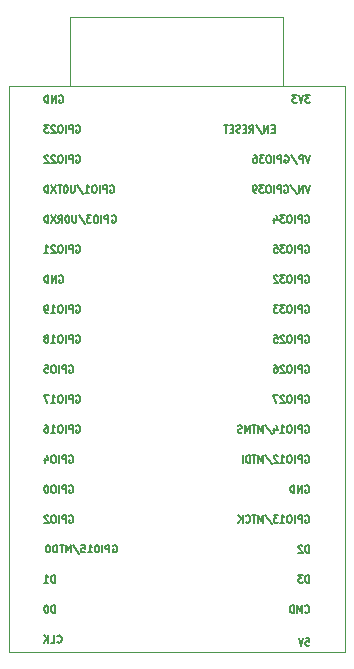
<source format=gbr>
%TF.GenerationSoftware,KiCad,Pcbnew,7.0.5-0*%
%TF.CreationDate,2023-06-28T11:54:25-07:00*%
%TF.ProjectId,AAXA01,41415841-3031-42e6-9b69-6361645f7063,rev?*%
%TF.SameCoordinates,PX5f5d2a1PY5f5eba0*%
%TF.FileFunction,Legend,Bot*%
%TF.FilePolarity,Positive*%
%FSLAX46Y46*%
G04 Gerber Fmt 4.6, Leading zero omitted, Abs format (unit mm)*
G04 Created by KiCad (PCBNEW 7.0.5-0) date 2023-06-28 11:54:25*
%MOMM*%
%LPD*%
G01*
G04 APERTURE LIST*
%ADD10C,0.150000*%
%ADD11C,0.120000*%
G04 APERTURE END LIST*
D10*
%TO.C,U4*%
X4240111Y31881658D02*
X4297254Y31910229D01*
X4297254Y31910229D02*
X4382968Y31910229D01*
X4382968Y31910229D02*
X4468682Y31881658D01*
X4468682Y31881658D02*
X4525825Y31824515D01*
X4525825Y31824515D02*
X4554396Y31767372D01*
X4554396Y31767372D02*
X4582968Y31653086D01*
X4582968Y31653086D02*
X4582968Y31567372D01*
X4582968Y31567372D02*
X4554396Y31453086D01*
X4554396Y31453086D02*
X4525825Y31395943D01*
X4525825Y31395943D02*
X4468682Y31338800D01*
X4468682Y31338800D02*
X4382968Y31310229D01*
X4382968Y31310229D02*
X4325825Y31310229D01*
X4325825Y31310229D02*
X4240111Y31338800D01*
X4240111Y31338800D02*
X4211539Y31367372D01*
X4211539Y31367372D02*
X4211539Y31567372D01*
X4211539Y31567372D02*
X4325825Y31567372D01*
X3954396Y31310229D02*
X3954396Y31910229D01*
X3954396Y31910229D02*
X3611539Y31310229D01*
X3611539Y31310229D02*
X3611539Y31910229D01*
X3325825Y31310229D02*
X3325825Y31910229D01*
X3325825Y31910229D02*
X3182968Y31910229D01*
X3182968Y31910229D02*
X3097254Y31881658D01*
X3097254Y31881658D02*
X3040111Y31824515D01*
X3040111Y31824515D02*
X3011540Y31767372D01*
X3011540Y31767372D02*
X2982968Y31653086D01*
X2982968Y31653086D02*
X2982968Y31567372D01*
X2982968Y31567372D02*
X3011540Y31453086D01*
X3011540Y31453086D02*
X3040111Y31395943D01*
X3040111Y31395943D02*
X3097254Y31338800D01*
X3097254Y31338800D02*
X3182968Y31310229D01*
X3182968Y31310229D02*
X3325825Y31310229D01*
X25074172Y29341658D02*
X25131315Y29370229D01*
X25131315Y29370229D02*
X25217029Y29370229D01*
X25217029Y29370229D02*
X25302743Y29341658D01*
X25302743Y29341658D02*
X25359886Y29284515D01*
X25359886Y29284515D02*
X25388457Y29227372D01*
X25388457Y29227372D02*
X25417029Y29113086D01*
X25417029Y29113086D02*
X25417029Y29027372D01*
X25417029Y29027372D02*
X25388457Y28913086D01*
X25388457Y28913086D02*
X25359886Y28855943D01*
X25359886Y28855943D02*
X25302743Y28798800D01*
X25302743Y28798800D02*
X25217029Y28770229D01*
X25217029Y28770229D02*
X25159886Y28770229D01*
X25159886Y28770229D02*
X25074172Y28798800D01*
X25074172Y28798800D02*
X25045600Y28827372D01*
X25045600Y28827372D02*
X25045600Y29027372D01*
X25045600Y29027372D02*
X25159886Y29027372D01*
X24788457Y28770229D02*
X24788457Y29370229D01*
X24788457Y29370229D02*
X24559886Y29370229D01*
X24559886Y29370229D02*
X24502743Y29341658D01*
X24502743Y29341658D02*
X24474172Y29313086D01*
X24474172Y29313086D02*
X24445600Y29255943D01*
X24445600Y29255943D02*
X24445600Y29170229D01*
X24445600Y29170229D02*
X24474172Y29113086D01*
X24474172Y29113086D02*
X24502743Y29084515D01*
X24502743Y29084515D02*
X24559886Y29055943D01*
X24559886Y29055943D02*
X24788457Y29055943D01*
X24188457Y28770229D02*
X24188457Y29370229D01*
X23788458Y29370229D02*
X23674172Y29370229D01*
X23674172Y29370229D02*
X23617029Y29341658D01*
X23617029Y29341658D02*
X23559886Y29284515D01*
X23559886Y29284515D02*
X23531315Y29170229D01*
X23531315Y29170229D02*
X23531315Y28970229D01*
X23531315Y28970229D02*
X23559886Y28855943D01*
X23559886Y28855943D02*
X23617029Y28798800D01*
X23617029Y28798800D02*
X23674172Y28770229D01*
X23674172Y28770229D02*
X23788458Y28770229D01*
X23788458Y28770229D02*
X23845601Y28798800D01*
X23845601Y28798800D02*
X23902743Y28855943D01*
X23902743Y28855943D02*
X23931315Y28970229D01*
X23931315Y28970229D02*
X23931315Y29170229D01*
X23931315Y29170229D02*
X23902743Y29284515D01*
X23902743Y29284515D02*
X23845601Y29341658D01*
X23845601Y29341658D02*
X23788458Y29370229D01*
X23331315Y29370229D02*
X22959887Y29370229D01*
X22959887Y29370229D02*
X23159887Y29141658D01*
X23159887Y29141658D02*
X23074172Y29141658D01*
X23074172Y29141658D02*
X23017030Y29113086D01*
X23017030Y29113086D02*
X22988458Y29084515D01*
X22988458Y29084515D02*
X22959887Y29027372D01*
X22959887Y29027372D02*
X22959887Y28884515D01*
X22959887Y28884515D02*
X22988458Y28827372D01*
X22988458Y28827372D02*
X23017030Y28798800D01*
X23017030Y28798800D02*
X23074172Y28770229D01*
X23074172Y28770229D02*
X23245601Y28770229D01*
X23245601Y28770229D02*
X23302744Y28798800D01*
X23302744Y28798800D02*
X23331315Y28827372D01*
X22759886Y29370229D02*
X22388458Y29370229D01*
X22388458Y29370229D02*
X22588458Y29141658D01*
X22588458Y29141658D02*
X22502743Y29141658D01*
X22502743Y29141658D02*
X22445601Y29113086D01*
X22445601Y29113086D02*
X22417029Y29084515D01*
X22417029Y29084515D02*
X22388458Y29027372D01*
X22388458Y29027372D02*
X22388458Y28884515D01*
X22388458Y28884515D02*
X22417029Y28827372D01*
X22417029Y28827372D02*
X22445601Y28798800D01*
X22445601Y28798800D02*
X22502743Y28770229D01*
X22502743Y28770229D02*
X22674172Y28770229D01*
X22674172Y28770229D02*
X22731315Y28798800D01*
X22731315Y28798800D02*
X22759886Y28827372D01*
X5097254Y24261658D02*
X5154397Y24290229D01*
X5154397Y24290229D02*
X5240111Y24290229D01*
X5240111Y24290229D02*
X5325825Y24261658D01*
X5325825Y24261658D02*
X5382968Y24204515D01*
X5382968Y24204515D02*
X5411539Y24147372D01*
X5411539Y24147372D02*
X5440111Y24033086D01*
X5440111Y24033086D02*
X5440111Y23947372D01*
X5440111Y23947372D02*
X5411539Y23833086D01*
X5411539Y23833086D02*
X5382968Y23775943D01*
X5382968Y23775943D02*
X5325825Y23718800D01*
X5325825Y23718800D02*
X5240111Y23690229D01*
X5240111Y23690229D02*
X5182968Y23690229D01*
X5182968Y23690229D02*
X5097254Y23718800D01*
X5097254Y23718800D02*
X5068682Y23747372D01*
X5068682Y23747372D02*
X5068682Y23947372D01*
X5068682Y23947372D02*
X5182968Y23947372D01*
X4811539Y23690229D02*
X4811539Y24290229D01*
X4811539Y24290229D02*
X4582968Y24290229D01*
X4582968Y24290229D02*
X4525825Y24261658D01*
X4525825Y24261658D02*
X4497254Y24233086D01*
X4497254Y24233086D02*
X4468682Y24175943D01*
X4468682Y24175943D02*
X4468682Y24090229D01*
X4468682Y24090229D02*
X4497254Y24033086D01*
X4497254Y24033086D02*
X4525825Y24004515D01*
X4525825Y24004515D02*
X4582968Y23975943D01*
X4582968Y23975943D02*
X4811539Y23975943D01*
X4211539Y23690229D02*
X4211539Y24290229D01*
X3811540Y24290229D02*
X3697254Y24290229D01*
X3697254Y24290229D02*
X3640111Y24261658D01*
X3640111Y24261658D02*
X3582968Y24204515D01*
X3582968Y24204515D02*
X3554397Y24090229D01*
X3554397Y24090229D02*
X3554397Y23890229D01*
X3554397Y23890229D02*
X3582968Y23775943D01*
X3582968Y23775943D02*
X3640111Y23718800D01*
X3640111Y23718800D02*
X3697254Y23690229D01*
X3697254Y23690229D02*
X3811540Y23690229D01*
X3811540Y23690229D02*
X3868683Y23718800D01*
X3868683Y23718800D02*
X3925825Y23775943D01*
X3925825Y23775943D02*
X3954397Y23890229D01*
X3954397Y23890229D02*
X3954397Y24090229D01*
X3954397Y24090229D02*
X3925825Y24204515D01*
X3925825Y24204515D02*
X3868683Y24261658D01*
X3868683Y24261658D02*
X3811540Y24290229D01*
X3011540Y24290229D02*
X3297254Y24290229D01*
X3297254Y24290229D02*
X3325826Y24004515D01*
X3325826Y24004515D02*
X3297254Y24033086D01*
X3297254Y24033086D02*
X3240112Y24061658D01*
X3240112Y24061658D02*
X3097254Y24061658D01*
X3097254Y24061658D02*
X3040112Y24033086D01*
X3040112Y24033086D02*
X3011540Y24004515D01*
X3011540Y24004515D02*
X2982969Y23947372D01*
X2982969Y23947372D02*
X2982969Y23804515D01*
X2982969Y23804515D02*
X3011540Y23747372D01*
X3011540Y23747372D02*
X3040112Y23718800D01*
X3040112Y23718800D02*
X3097254Y23690229D01*
X3097254Y23690229D02*
X3240112Y23690229D01*
X3240112Y23690229D02*
X3297254Y23718800D01*
X3297254Y23718800D02*
X3325826Y23747372D01*
X25074172Y24261658D02*
X25131315Y24290229D01*
X25131315Y24290229D02*
X25217029Y24290229D01*
X25217029Y24290229D02*
X25302743Y24261658D01*
X25302743Y24261658D02*
X25359886Y24204515D01*
X25359886Y24204515D02*
X25388457Y24147372D01*
X25388457Y24147372D02*
X25417029Y24033086D01*
X25417029Y24033086D02*
X25417029Y23947372D01*
X25417029Y23947372D02*
X25388457Y23833086D01*
X25388457Y23833086D02*
X25359886Y23775943D01*
X25359886Y23775943D02*
X25302743Y23718800D01*
X25302743Y23718800D02*
X25217029Y23690229D01*
X25217029Y23690229D02*
X25159886Y23690229D01*
X25159886Y23690229D02*
X25074172Y23718800D01*
X25074172Y23718800D02*
X25045600Y23747372D01*
X25045600Y23747372D02*
X25045600Y23947372D01*
X25045600Y23947372D02*
X25159886Y23947372D01*
X24788457Y23690229D02*
X24788457Y24290229D01*
X24788457Y24290229D02*
X24559886Y24290229D01*
X24559886Y24290229D02*
X24502743Y24261658D01*
X24502743Y24261658D02*
X24474172Y24233086D01*
X24474172Y24233086D02*
X24445600Y24175943D01*
X24445600Y24175943D02*
X24445600Y24090229D01*
X24445600Y24090229D02*
X24474172Y24033086D01*
X24474172Y24033086D02*
X24502743Y24004515D01*
X24502743Y24004515D02*
X24559886Y23975943D01*
X24559886Y23975943D02*
X24788457Y23975943D01*
X24188457Y23690229D02*
X24188457Y24290229D01*
X23788458Y24290229D02*
X23674172Y24290229D01*
X23674172Y24290229D02*
X23617029Y24261658D01*
X23617029Y24261658D02*
X23559886Y24204515D01*
X23559886Y24204515D02*
X23531315Y24090229D01*
X23531315Y24090229D02*
X23531315Y23890229D01*
X23531315Y23890229D02*
X23559886Y23775943D01*
X23559886Y23775943D02*
X23617029Y23718800D01*
X23617029Y23718800D02*
X23674172Y23690229D01*
X23674172Y23690229D02*
X23788458Y23690229D01*
X23788458Y23690229D02*
X23845601Y23718800D01*
X23845601Y23718800D02*
X23902743Y23775943D01*
X23902743Y23775943D02*
X23931315Y23890229D01*
X23931315Y23890229D02*
X23931315Y24090229D01*
X23931315Y24090229D02*
X23902743Y24204515D01*
X23902743Y24204515D02*
X23845601Y24261658D01*
X23845601Y24261658D02*
X23788458Y24290229D01*
X23302744Y24233086D02*
X23274172Y24261658D01*
X23274172Y24261658D02*
X23217030Y24290229D01*
X23217030Y24290229D02*
X23074172Y24290229D01*
X23074172Y24290229D02*
X23017030Y24261658D01*
X23017030Y24261658D02*
X22988458Y24233086D01*
X22988458Y24233086D02*
X22959887Y24175943D01*
X22959887Y24175943D02*
X22959887Y24118800D01*
X22959887Y24118800D02*
X22988458Y24033086D01*
X22988458Y24033086D02*
X23331315Y23690229D01*
X23331315Y23690229D02*
X22959887Y23690229D01*
X22445601Y24290229D02*
X22559886Y24290229D01*
X22559886Y24290229D02*
X22617029Y24261658D01*
X22617029Y24261658D02*
X22645601Y24233086D01*
X22645601Y24233086D02*
X22702743Y24147372D01*
X22702743Y24147372D02*
X22731315Y24033086D01*
X22731315Y24033086D02*
X22731315Y23804515D01*
X22731315Y23804515D02*
X22702743Y23747372D01*
X22702743Y23747372D02*
X22674172Y23718800D01*
X22674172Y23718800D02*
X22617029Y23690229D01*
X22617029Y23690229D02*
X22502743Y23690229D01*
X22502743Y23690229D02*
X22445601Y23718800D01*
X22445601Y23718800D02*
X22417029Y23747372D01*
X22417029Y23747372D02*
X22388458Y23804515D01*
X22388458Y23804515D02*
X22388458Y23947372D01*
X22388458Y23947372D02*
X22417029Y24004515D01*
X22417029Y24004515D02*
X22445601Y24033086D01*
X22445601Y24033086D02*
X22502743Y24061658D01*
X22502743Y24061658D02*
X22617029Y24061658D01*
X22617029Y24061658D02*
X22674172Y24033086D01*
X22674172Y24033086D02*
X22702743Y24004515D01*
X22702743Y24004515D02*
X22731315Y23947372D01*
X25045600Y3427372D02*
X25074172Y3398800D01*
X25074172Y3398800D02*
X25159886Y3370229D01*
X25159886Y3370229D02*
X25217029Y3370229D01*
X25217029Y3370229D02*
X25302743Y3398800D01*
X25302743Y3398800D02*
X25359886Y3455943D01*
X25359886Y3455943D02*
X25388457Y3513086D01*
X25388457Y3513086D02*
X25417029Y3627372D01*
X25417029Y3627372D02*
X25417029Y3713086D01*
X25417029Y3713086D02*
X25388457Y3827372D01*
X25388457Y3827372D02*
X25359886Y3884515D01*
X25359886Y3884515D02*
X25302743Y3941658D01*
X25302743Y3941658D02*
X25217029Y3970229D01*
X25217029Y3970229D02*
X25159886Y3970229D01*
X25159886Y3970229D02*
X25074172Y3941658D01*
X25074172Y3941658D02*
X25045600Y3913086D01*
X24788457Y3370229D02*
X24788457Y3970229D01*
X24788457Y3970229D02*
X24588457Y3541658D01*
X24588457Y3541658D02*
X24388457Y3970229D01*
X24388457Y3970229D02*
X24388457Y3370229D01*
X24102743Y3370229D02*
X24102743Y3970229D01*
X24102743Y3970229D02*
X23959886Y3970229D01*
X23959886Y3970229D02*
X23874172Y3941658D01*
X23874172Y3941658D02*
X23817029Y3884515D01*
X23817029Y3884515D02*
X23788458Y3827372D01*
X23788458Y3827372D02*
X23759886Y3713086D01*
X23759886Y3713086D02*
X23759886Y3627372D01*
X23759886Y3627372D02*
X23788458Y3513086D01*
X23788458Y3513086D02*
X23817029Y3455943D01*
X23817029Y3455943D02*
X23874172Y3398800D01*
X23874172Y3398800D02*
X23959886Y3370229D01*
X23959886Y3370229D02*
X24102743Y3370229D01*
X8782362Y9044378D02*
X8839505Y9072949D01*
X8839505Y9072949D02*
X8925219Y9072949D01*
X8925219Y9072949D02*
X9010933Y9044378D01*
X9010933Y9044378D02*
X9068076Y8987235D01*
X9068076Y8987235D02*
X9096647Y8930092D01*
X9096647Y8930092D02*
X9125219Y8815806D01*
X9125219Y8815806D02*
X9125219Y8730092D01*
X9125219Y8730092D02*
X9096647Y8615806D01*
X9096647Y8615806D02*
X9068076Y8558663D01*
X9068076Y8558663D02*
X9010933Y8501520D01*
X9010933Y8501520D02*
X8925219Y8472949D01*
X8925219Y8472949D02*
X8868076Y8472949D01*
X8868076Y8472949D02*
X8782362Y8501520D01*
X8782362Y8501520D02*
X8753790Y8530092D01*
X8753790Y8530092D02*
X8753790Y8730092D01*
X8753790Y8730092D02*
X8868076Y8730092D01*
X8496647Y8472949D02*
X8496647Y9072949D01*
X8496647Y9072949D02*
X8268076Y9072949D01*
X8268076Y9072949D02*
X8210933Y9044378D01*
X8210933Y9044378D02*
X8182362Y9015806D01*
X8182362Y9015806D02*
X8153790Y8958663D01*
X8153790Y8958663D02*
X8153790Y8872949D01*
X8153790Y8872949D02*
X8182362Y8815806D01*
X8182362Y8815806D02*
X8210933Y8787235D01*
X8210933Y8787235D02*
X8268076Y8758663D01*
X8268076Y8758663D02*
X8496647Y8758663D01*
X7896647Y8472949D02*
X7896647Y9072949D01*
X7496648Y9072949D02*
X7382362Y9072949D01*
X7382362Y9072949D02*
X7325219Y9044378D01*
X7325219Y9044378D02*
X7268076Y8987235D01*
X7268076Y8987235D02*
X7239505Y8872949D01*
X7239505Y8872949D02*
X7239505Y8672949D01*
X7239505Y8672949D02*
X7268076Y8558663D01*
X7268076Y8558663D02*
X7325219Y8501520D01*
X7325219Y8501520D02*
X7382362Y8472949D01*
X7382362Y8472949D02*
X7496648Y8472949D01*
X7496648Y8472949D02*
X7553791Y8501520D01*
X7553791Y8501520D02*
X7610933Y8558663D01*
X7610933Y8558663D02*
X7639505Y8672949D01*
X7639505Y8672949D02*
X7639505Y8872949D01*
X7639505Y8872949D02*
X7610933Y8987235D01*
X7610933Y8987235D02*
X7553791Y9044378D01*
X7553791Y9044378D02*
X7496648Y9072949D01*
X6668077Y8472949D02*
X7010934Y8472949D01*
X6839505Y8472949D02*
X6839505Y9072949D01*
X6839505Y9072949D02*
X6896648Y8987235D01*
X6896648Y8987235D02*
X6953791Y8930092D01*
X6953791Y8930092D02*
X7010934Y8901520D01*
X6125219Y9072949D02*
X6410933Y9072949D01*
X6410933Y9072949D02*
X6439505Y8787235D01*
X6439505Y8787235D02*
X6410933Y8815806D01*
X6410933Y8815806D02*
X6353791Y8844378D01*
X6353791Y8844378D02*
X6210933Y8844378D01*
X6210933Y8844378D02*
X6153791Y8815806D01*
X6153791Y8815806D02*
X6125219Y8787235D01*
X6125219Y8787235D02*
X6096648Y8730092D01*
X6096648Y8730092D02*
X6096648Y8587235D01*
X6096648Y8587235D02*
X6125219Y8530092D01*
X6125219Y8530092D02*
X6153791Y8501520D01*
X6153791Y8501520D02*
X6210933Y8472949D01*
X6210933Y8472949D02*
X6353791Y8472949D01*
X6353791Y8472949D02*
X6410933Y8501520D01*
X6410933Y8501520D02*
X6439505Y8530092D01*
X5410933Y9101520D02*
X5925219Y8330092D01*
X5210933Y8472949D02*
X5210933Y9072949D01*
X5210933Y9072949D02*
X5010933Y8644378D01*
X5010933Y8644378D02*
X4810933Y9072949D01*
X4810933Y9072949D02*
X4810933Y8472949D01*
X4610934Y9072949D02*
X4268077Y9072949D01*
X4439505Y8472949D02*
X4439505Y9072949D01*
X4068076Y8472949D02*
X4068076Y9072949D01*
X4068076Y9072949D02*
X3925219Y9072949D01*
X3925219Y9072949D02*
X3839505Y9044378D01*
X3839505Y9044378D02*
X3782362Y8987235D01*
X3782362Y8987235D02*
X3753791Y8930092D01*
X3753791Y8930092D02*
X3725219Y8815806D01*
X3725219Y8815806D02*
X3725219Y8730092D01*
X3725219Y8730092D02*
X3753791Y8615806D01*
X3753791Y8615806D02*
X3782362Y8558663D01*
X3782362Y8558663D02*
X3839505Y8501520D01*
X3839505Y8501520D02*
X3925219Y8472949D01*
X3925219Y8472949D02*
X4068076Y8472949D01*
X3353791Y9072949D02*
X3239505Y9072949D01*
X3239505Y9072949D02*
X3182362Y9044378D01*
X3182362Y9044378D02*
X3125219Y8987235D01*
X3125219Y8987235D02*
X3096648Y8872949D01*
X3096648Y8872949D02*
X3096648Y8672949D01*
X3096648Y8672949D02*
X3125219Y8558663D01*
X3125219Y8558663D02*
X3182362Y8501520D01*
X3182362Y8501520D02*
X3239505Y8472949D01*
X3239505Y8472949D02*
X3353791Y8472949D01*
X3353791Y8472949D02*
X3410934Y8501520D01*
X3410934Y8501520D02*
X3468076Y8558663D01*
X3468076Y8558663D02*
X3496648Y8672949D01*
X3496648Y8672949D02*
X3496648Y8872949D01*
X3496648Y8872949D02*
X3468076Y8987235D01*
X3468076Y8987235D02*
X3410934Y9044378D01*
X3410934Y9044378D02*
X3353791Y9072949D01*
X25074172Y31881658D02*
X25131315Y31910229D01*
X25131315Y31910229D02*
X25217029Y31910229D01*
X25217029Y31910229D02*
X25302743Y31881658D01*
X25302743Y31881658D02*
X25359886Y31824515D01*
X25359886Y31824515D02*
X25388457Y31767372D01*
X25388457Y31767372D02*
X25417029Y31653086D01*
X25417029Y31653086D02*
X25417029Y31567372D01*
X25417029Y31567372D02*
X25388457Y31453086D01*
X25388457Y31453086D02*
X25359886Y31395943D01*
X25359886Y31395943D02*
X25302743Y31338800D01*
X25302743Y31338800D02*
X25217029Y31310229D01*
X25217029Y31310229D02*
X25159886Y31310229D01*
X25159886Y31310229D02*
X25074172Y31338800D01*
X25074172Y31338800D02*
X25045600Y31367372D01*
X25045600Y31367372D02*
X25045600Y31567372D01*
X25045600Y31567372D02*
X25159886Y31567372D01*
X24788457Y31310229D02*
X24788457Y31910229D01*
X24788457Y31910229D02*
X24559886Y31910229D01*
X24559886Y31910229D02*
X24502743Y31881658D01*
X24502743Y31881658D02*
X24474172Y31853086D01*
X24474172Y31853086D02*
X24445600Y31795943D01*
X24445600Y31795943D02*
X24445600Y31710229D01*
X24445600Y31710229D02*
X24474172Y31653086D01*
X24474172Y31653086D02*
X24502743Y31624515D01*
X24502743Y31624515D02*
X24559886Y31595943D01*
X24559886Y31595943D02*
X24788457Y31595943D01*
X24188457Y31310229D02*
X24188457Y31910229D01*
X23788458Y31910229D02*
X23674172Y31910229D01*
X23674172Y31910229D02*
X23617029Y31881658D01*
X23617029Y31881658D02*
X23559886Y31824515D01*
X23559886Y31824515D02*
X23531315Y31710229D01*
X23531315Y31710229D02*
X23531315Y31510229D01*
X23531315Y31510229D02*
X23559886Y31395943D01*
X23559886Y31395943D02*
X23617029Y31338800D01*
X23617029Y31338800D02*
X23674172Y31310229D01*
X23674172Y31310229D02*
X23788458Y31310229D01*
X23788458Y31310229D02*
X23845601Y31338800D01*
X23845601Y31338800D02*
X23902743Y31395943D01*
X23902743Y31395943D02*
X23931315Y31510229D01*
X23931315Y31510229D02*
X23931315Y31710229D01*
X23931315Y31710229D02*
X23902743Y31824515D01*
X23902743Y31824515D02*
X23845601Y31881658D01*
X23845601Y31881658D02*
X23788458Y31910229D01*
X23331315Y31910229D02*
X22959887Y31910229D01*
X22959887Y31910229D02*
X23159887Y31681658D01*
X23159887Y31681658D02*
X23074172Y31681658D01*
X23074172Y31681658D02*
X23017030Y31653086D01*
X23017030Y31653086D02*
X22988458Y31624515D01*
X22988458Y31624515D02*
X22959887Y31567372D01*
X22959887Y31567372D02*
X22959887Y31424515D01*
X22959887Y31424515D02*
X22988458Y31367372D01*
X22988458Y31367372D02*
X23017030Y31338800D01*
X23017030Y31338800D02*
X23074172Y31310229D01*
X23074172Y31310229D02*
X23245601Y31310229D01*
X23245601Y31310229D02*
X23302744Y31338800D01*
X23302744Y31338800D02*
X23331315Y31367372D01*
X22731315Y31853086D02*
X22702743Y31881658D01*
X22702743Y31881658D02*
X22645601Y31910229D01*
X22645601Y31910229D02*
X22502743Y31910229D01*
X22502743Y31910229D02*
X22445601Y31881658D01*
X22445601Y31881658D02*
X22417029Y31853086D01*
X22417029Y31853086D02*
X22388458Y31795943D01*
X22388458Y31795943D02*
X22388458Y31738800D01*
X22388458Y31738800D02*
X22417029Y31653086D01*
X22417029Y31653086D02*
X22759886Y31310229D01*
X22759886Y31310229D02*
X22388458Y31310229D01*
X5097254Y11561658D02*
X5154397Y11590229D01*
X5154397Y11590229D02*
X5240111Y11590229D01*
X5240111Y11590229D02*
X5325825Y11561658D01*
X5325825Y11561658D02*
X5382968Y11504515D01*
X5382968Y11504515D02*
X5411539Y11447372D01*
X5411539Y11447372D02*
X5440111Y11333086D01*
X5440111Y11333086D02*
X5440111Y11247372D01*
X5440111Y11247372D02*
X5411539Y11133086D01*
X5411539Y11133086D02*
X5382968Y11075943D01*
X5382968Y11075943D02*
X5325825Y11018800D01*
X5325825Y11018800D02*
X5240111Y10990229D01*
X5240111Y10990229D02*
X5182968Y10990229D01*
X5182968Y10990229D02*
X5097254Y11018800D01*
X5097254Y11018800D02*
X5068682Y11047372D01*
X5068682Y11047372D02*
X5068682Y11247372D01*
X5068682Y11247372D02*
X5182968Y11247372D01*
X4811539Y10990229D02*
X4811539Y11590229D01*
X4811539Y11590229D02*
X4582968Y11590229D01*
X4582968Y11590229D02*
X4525825Y11561658D01*
X4525825Y11561658D02*
X4497254Y11533086D01*
X4497254Y11533086D02*
X4468682Y11475943D01*
X4468682Y11475943D02*
X4468682Y11390229D01*
X4468682Y11390229D02*
X4497254Y11333086D01*
X4497254Y11333086D02*
X4525825Y11304515D01*
X4525825Y11304515D02*
X4582968Y11275943D01*
X4582968Y11275943D02*
X4811539Y11275943D01*
X4211539Y10990229D02*
X4211539Y11590229D01*
X3811540Y11590229D02*
X3697254Y11590229D01*
X3697254Y11590229D02*
X3640111Y11561658D01*
X3640111Y11561658D02*
X3582968Y11504515D01*
X3582968Y11504515D02*
X3554397Y11390229D01*
X3554397Y11390229D02*
X3554397Y11190229D01*
X3554397Y11190229D02*
X3582968Y11075943D01*
X3582968Y11075943D02*
X3640111Y11018800D01*
X3640111Y11018800D02*
X3697254Y10990229D01*
X3697254Y10990229D02*
X3811540Y10990229D01*
X3811540Y10990229D02*
X3868683Y11018800D01*
X3868683Y11018800D02*
X3925825Y11075943D01*
X3925825Y11075943D02*
X3954397Y11190229D01*
X3954397Y11190229D02*
X3954397Y11390229D01*
X3954397Y11390229D02*
X3925825Y11504515D01*
X3925825Y11504515D02*
X3868683Y11561658D01*
X3868683Y11561658D02*
X3811540Y11590229D01*
X3325826Y11533086D02*
X3297254Y11561658D01*
X3297254Y11561658D02*
X3240112Y11590229D01*
X3240112Y11590229D02*
X3097254Y11590229D01*
X3097254Y11590229D02*
X3040112Y11561658D01*
X3040112Y11561658D02*
X3011540Y11533086D01*
X3011540Y11533086D02*
X2982969Y11475943D01*
X2982969Y11475943D02*
X2982969Y11418800D01*
X2982969Y11418800D02*
X3011540Y11333086D01*
X3011540Y11333086D02*
X3354397Y10990229D01*
X3354397Y10990229D02*
X2982969Y10990229D01*
X3897254Y3370229D02*
X3897254Y3970229D01*
X3897254Y3970229D02*
X3754397Y3970229D01*
X3754397Y3970229D02*
X3668683Y3941658D01*
X3668683Y3941658D02*
X3611540Y3884515D01*
X3611540Y3884515D02*
X3582969Y3827372D01*
X3582969Y3827372D02*
X3554397Y3713086D01*
X3554397Y3713086D02*
X3554397Y3627372D01*
X3554397Y3627372D02*
X3582969Y3513086D01*
X3582969Y3513086D02*
X3611540Y3455943D01*
X3611540Y3455943D02*
X3668683Y3398800D01*
X3668683Y3398800D02*
X3754397Y3370229D01*
X3754397Y3370229D02*
X3897254Y3370229D01*
X3182969Y3970229D02*
X3125826Y3970229D01*
X3125826Y3970229D02*
X3068683Y3941658D01*
X3068683Y3941658D02*
X3040112Y3913086D01*
X3040112Y3913086D02*
X3011540Y3855943D01*
X3011540Y3855943D02*
X2982969Y3741658D01*
X2982969Y3741658D02*
X2982969Y3598800D01*
X2982969Y3598800D02*
X3011540Y3484515D01*
X3011540Y3484515D02*
X3040112Y3427372D01*
X3040112Y3427372D02*
X3068683Y3398800D01*
X3068683Y3398800D02*
X3125826Y3370229D01*
X3125826Y3370229D02*
X3182969Y3370229D01*
X3182969Y3370229D02*
X3240112Y3398800D01*
X3240112Y3398800D02*
X3268683Y3427372D01*
X3268683Y3427372D02*
X3297254Y3484515D01*
X3297254Y3484515D02*
X3325826Y3598800D01*
X3325826Y3598800D02*
X3325826Y3741658D01*
X3325826Y3741658D02*
X3297254Y3855943D01*
X3297254Y3855943D02*
X3268683Y3913086D01*
X3268683Y3913086D02*
X3240112Y3941658D01*
X3240112Y3941658D02*
X3182969Y3970229D01*
X25074172Y21721658D02*
X25131315Y21750229D01*
X25131315Y21750229D02*
X25217029Y21750229D01*
X25217029Y21750229D02*
X25302743Y21721658D01*
X25302743Y21721658D02*
X25359886Y21664515D01*
X25359886Y21664515D02*
X25388457Y21607372D01*
X25388457Y21607372D02*
X25417029Y21493086D01*
X25417029Y21493086D02*
X25417029Y21407372D01*
X25417029Y21407372D02*
X25388457Y21293086D01*
X25388457Y21293086D02*
X25359886Y21235943D01*
X25359886Y21235943D02*
X25302743Y21178800D01*
X25302743Y21178800D02*
X25217029Y21150229D01*
X25217029Y21150229D02*
X25159886Y21150229D01*
X25159886Y21150229D02*
X25074172Y21178800D01*
X25074172Y21178800D02*
X25045600Y21207372D01*
X25045600Y21207372D02*
X25045600Y21407372D01*
X25045600Y21407372D02*
X25159886Y21407372D01*
X24788457Y21150229D02*
X24788457Y21750229D01*
X24788457Y21750229D02*
X24559886Y21750229D01*
X24559886Y21750229D02*
X24502743Y21721658D01*
X24502743Y21721658D02*
X24474172Y21693086D01*
X24474172Y21693086D02*
X24445600Y21635943D01*
X24445600Y21635943D02*
X24445600Y21550229D01*
X24445600Y21550229D02*
X24474172Y21493086D01*
X24474172Y21493086D02*
X24502743Y21464515D01*
X24502743Y21464515D02*
X24559886Y21435943D01*
X24559886Y21435943D02*
X24788457Y21435943D01*
X24188457Y21150229D02*
X24188457Y21750229D01*
X23788458Y21750229D02*
X23674172Y21750229D01*
X23674172Y21750229D02*
X23617029Y21721658D01*
X23617029Y21721658D02*
X23559886Y21664515D01*
X23559886Y21664515D02*
X23531315Y21550229D01*
X23531315Y21550229D02*
X23531315Y21350229D01*
X23531315Y21350229D02*
X23559886Y21235943D01*
X23559886Y21235943D02*
X23617029Y21178800D01*
X23617029Y21178800D02*
X23674172Y21150229D01*
X23674172Y21150229D02*
X23788458Y21150229D01*
X23788458Y21150229D02*
X23845601Y21178800D01*
X23845601Y21178800D02*
X23902743Y21235943D01*
X23902743Y21235943D02*
X23931315Y21350229D01*
X23931315Y21350229D02*
X23931315Y21550229D01*
X23931315Y21550229D02*
X23902743Y21664515D01*
X23902743Y21664515D02*
X23845601Y21721658D01*
X23845601Y21721658D02*
X23788458Y21750229D01*
X23302744Y21693086D02*
X23274172Y21721658D01*
X23274172Y21721658D02*
X23217030Y21750229D01*
X23217030Y21750229D02*
X23074172Y21750229D01*
X23074172Y21750229D02*
X23017030Y21721658D01*
X23017030Y21721658D02*
X22988458Y21693086D01*
X22988458Y21693086D02*
X22959887Y21635943D01*
X22959887Y21635943D02*
X22959887Y21578800D01*
X22959887Y21578800D02*
X22988458Y21493086D01*
X22988458Y21493086D02*
X23331315Y21150229D01*
X23331315Y21150229D02*
X22959887Y21150229D01*
X22759886Y21750229D02*
X22359886Y21750229D01*
X22359886Y21750229D02*
X22617029Y21150229D01*
X25074172Y36961658D02*
X25131315Y36990229D01*
X25131315Y36990229D02*
X25217029Y36990229D01*
X25217029Y36990229D02*
X25302743Y36961658D01*
X25302743Y36961658D02*
X25359886Y36904515D01*
X25359886Y36904515D02*
X25388457Y36847372D01*
X25388457Y36847372D02*
X25417029Y36733086D01*
X25417029Y36733086D02*
X25417029Y36647372D01*
X25417029Y36647372D02*
X25388457Y36533086D01*
X25388457Y36533086D02*
X25359886Y36475943D01*
X25359886Y36475943D02*
X25302743Y36418800D01*
X25302743Y36418800D02*
X25217029Y36390229D01*
X25217029Y36390229D02*
X25159886Y36390229D01*
X25159886Y36390229D02*
X25074172Y36418800D01*
X25074172Y36418800D02*
X25045600Y36447372D01*
X25045600Y36447372D02*
X25045600Y36647372D01*
X25045600Y36647372D02*
X25159886Y36647372D01*
X24788457Y36390229D02*
X24788457Y36990229D01*
X24788457Y36990229D02*
X24559886Y36990229D01*
X24559886Y36990229D02*
X24502743Y36961658D01*
X24502743Y36961658D02*
X24474172Y36933086D01*
X24474172Y36933086D02*
X24445600Y36875943D01*
X24445600Y36875943D02*
X24445600Y36790229D01*
X24445600Y36790229D02*
X24474172Y36733086D01*
X24474172Y36733086D02*
X24502743Y36704515D01*
X24502743Y36704515D02*
X24559886Y36675943D01*
X24559886Y36675943D02*
X24788457Y36675943D01*
X24188457Y36390229D02*
X24188457Y36990229D01*
X23788458Y36990229D02*
X23674172Y36990229D01*
X23674172Y36990229D02*
X23617029Y36961658D01*
X23617029Y36961658D02*
X23559886Y36904515D01*
X23559886Y36904515D02*
X23531315Y36790229D01*
X23531315Y36790229D02*
X23531315Y36590229D01*
X23531315Y36590229D02*
X23559886Y36475943D01*
X23559886Y36475943D02*
X23617029Y36418800D01*
X23617029Y36418800D02*
X23674172Y36390229D01*
X23674172Y36390229D02*
X23788458Y36390229D01*
X23788458Y36390229D02*
X23845601Y36418800D01*
X23845601Y36418800D02*
X23902743Y36475943D01*
X23902743Y36475943D02*
X23931315Y36590229D01*
X23931315Y36590229D02*
X23931315Y36790229D01*
X23931315Y36790229D02*
X23902743Y36904515D01*
X23902743Y36904515D02*
X23845601Y36961658D01*
X23845601Y36961658D02*
X23788458Y36990229D01*
X23331315Y36990229D02*
X22959887Y36990229D01*
X22959887Y36990229D02*
X23159887Y36761658D01*
X23159887Y36761658D02*
X23074172Y36761658D01*
X23074172Y36761658D02*
X23017030Y36733086D01*
X23017030Y36733086D02*
X22988458Y36704515D01*
X22988458Y36704515D02*
X22959887Y36647372D01*
X22959887Y36647372D02*
X22959887Y36504515D01*
X22959887Y36504515D02*
X22988458Y36447372D01*
X22988458Y36447372D02*
X23017030Y36418800D01*
X23017030Y36418800D02*
X23074172Y36390229D01*
X23074172Y36390229D02*
X23245601Y36390229D01*
X23245601Y36390229D02*
X23302744Y36418800D01*
X23302744Y36418800D02*
X23331315Y36447372D01*
X22445601Y36790229D02*
X22445601Y36390229D01*
X22588458Y37018800D02*
X22731315Y36590229D01*
X22731315Y36590229D02*
X22359886Y36590229D01*
X5668683Y26801658D02*
X5725826Y26830229D01*
X5725826Y26830229D02*
X5811540Y26830229D01*
X5811540Y26830229D02*
X5897254Y26801658D01*
X5897254Y26801658D02*
X5954397Y26744515D01*
X5954397Y26744515D02*
X5982968Y26687372D01*
X5982968Y26687372D02*
X6011540Y26573086D01*
X6011540Y26573086D02*
X6011540Y26487372D01*
X6011540Y26487372D02*
X5982968Y26373086D01*
X5982968Y26373086D02*
X5954397Y26315943D01*
X5954397Y26315943D02*
X5897254Y26258800D01*
X5897254Y26258800D02*
X5811540Y26230229D01*
X5811540Y26230229D02*
X5754397Y26230229D01*
X5754397Y26230229D02*
X5668683Y26258800D01*
X5668683Y26258800D02*
X5640111Y26287372D01*
X5640111Y26287372D02*
X5640111Y26487372D01*
X5640111Y26487372D02*
X5754397Y26487372D01*
X5382968Y26230229D02*
X5382968Y26830229D01*
X5382968Y26830229D02*
X5154397Y26830229D01*
X5154397Y26830229D02*
X5097254Y26801658D01*
X5097254Y26801658D02*
X5068683Y26773086D01*
X5068683Y26773086D02*
X5040111Y26715943D01*
X5040111Y26715943D02*
X5040111Y26630229D01*
X5040111Y26630229D02*
X5068683Y26573086D01*
X5068683Y26573086D02*
X5097254Y26544515D01*
X5097254Y26544515D02*
X5154397Y26515943D01*
X5154397Y26515943D02*
X5382968Y26515943D01*
X4782968Y26230229D02*
X4782968Y26830229D01*
X4382969Y26830229D02*
X4268683Y26830229D01*
X4268683Y26830229D02*
X4211540Y26801658D01*
X4211540Y26801658D02*
X4154397Y26744515D01*
X4154397Y26744515D02*
X4125826Y26630229D01*
X4125826Y26630229D02*
X4125826Y26430229D01*
X4125826Y26430229D02*
X4154397Y26315943D01*
X4154397Y26315943D02*
X4211540Y26258800D01*
X4211540Y26258800D02*
X4268683Y26230229D01*
X4268683Y26230229D02*
X4382969Y26230229D01*
X4382969Y26230229D02*
X4440112Y26258800D01*
X4440112Y26258800D02*
X4497254Y26315943D01*
X4497254Y26315943D02*
X4525826Y26430229D01*
X4525826Y26430229D02*
X4525826Y26630229D01*
X4525826Y26630229D02*
X4497254Y26744515D01*
X4497254Y26744515D02*
X4440112Y26801658D01*
X4440112Y26801658D02*
X4382969Y26830229D01*
X3554398Y26230229D02*
X3897255Y26230229D01*
X3725826Y26230229D02*
X3725826Y26830229D01*
X3725826Y26830229D02*
X3782969Y26744515D01*
X3782969Y26744515D02*
X3840112Y26687372D01*
X3840112Y26687372D02*
X3897255Y26658800D01*
X3211540Y26573086D02*
X3268683Y26601658D01*
X3268683Y26601658D02*
X3297254Y26630229D01*
X3297254Y26630229D02*
X3325826Y26687372D01*
X3325826Y26687372D02*
X3325826Y26715943D01*
X3325826Y26715943D02*
X3297254Y26773086D01*
X3297254Y26773086D02*
X3268683Y26801658D01*
X3268683Y26801658D02*
X3211540Y26830229D01*
X3211540Y26830229D02*
X3097254Y26830229D01*
X3097254Y26830229D02*
X3040112Y26801658D01*
X3040112Y26801658D02*
X3011540Y26773086D01*
X3011540Y26773086D02*
X2982969Y26715943D01*
X2982969Y26715943D02*
X2982969Y26687372D01*
X2982969Y26687372D02*
X3011540Y26630229D01*
X3011540Y26630229D02*
X3040112Y26601658D01*
X3040112Y26601658D02*
X3097254Y26573086D01*
X3097254Y26573086D02*
X3211540Y26573086D01*
X3211540Y26573086D02*
X3268683Y26544515D01*
X3268683Y26544515D02*
X3297254Y26515943D01*
X3297254Y26515943D02*
X3325826Y26458800D01*
X3325826Y26458800D02*
X3325826Y26344515D01*
X3325826Y26344515D02*
X3297254Y26287372D01*
X3297254Y26287372D02*
X3268683Y26258800D01*
X3268683Y26258800D02*
X3211540Y26230229D01*
X3211540Y26230229D02*
X3097254Y26230229D01*
X3097254Y26230229D02*
X3040112Y26258800D01*
X3040112Y26258800D02*
X3011540Y26287372D01*
X3011540Y26287372D02*
X2982969Y26344515D01*
X2982969Y26344515D02*
X2982969Y26458800D01*
X2982969Y26458800D02*
X3011540Y26515943D01*
X3011540Y26515943D02*
X3040112Y26544515D01*
X3040112Y26544515D02*
X3097254Y26573086D01*
X8554397Y39501658D02*
X8611540Y39530229D01*
X8611540Y39530229D02*
X8697254Y39530229D01*
X8697254Y39530229D02*
X8782968Y39501658D01*
X8782968Y39501658D02*
X8840111Y39444515D01*
X8840111Y39444515D02*
X8868682Y39387372D01*
X8868682Y39387372D02*
X8897254Y39273086D01*
X8897254Y39273086D02*
X8897254Y39187372D01*
X8897254Y39187372D02*
X8868682Y39073086D01*
X8868682Y39073086D02*
X8840111Y39015943D01*
X8840111Y39015943D02*
X8782968Y38958800D01*
X8782968Y38958800D02*
X8697254Y38930229D01*
X8697254Y38930229D02*
X8640111Y38930229D01*
X8640111Y38930229D02*
X8554397Y38958800D01*
X8554397Y38958800D02*
X8525825Y38987372D01*
X8525825Y38987372D02*
X8525825Y39187372D01*
X8525825Y39187372D02*
X8640111Y39187372D01*
X8268682Y38930229D02*
X8268682Y39530229D01*
X8268682Y39530229D02*
X8040111Y39530229D01*
X8040111Y39530229D02*
X7982968Y39501658D01*
X7982968Y39501658D02*
X7954397Y39473086D01*
X7954397Y39473086D02*
X7925825Y39415943D01*
X7925825Y39415943D02*
X7925825Y39330229D01*
X7925825Y39330229D02*
X7954397Y39273086D01*
X7954397Y39273086D02*
X7982968Y39244515D01*
X7982968Y39244515D02*
X8040111Y39215943D01*
X8040111Y39215943D02*
X8268682Y39215943D01*
X7668682Y38930229D02*
X7668682Y39530229D01*
X7268683Y39530229D02*
X7154397Y39530229D01*
X7154397Y39530229D02*
X7097254Y39501658D01*
X7097254Y39501658D02*
X7040111Y39444515D01*
X7040111Y39444515D02*
X7011540Y39330229D01*
X7011540Y39330229D02*
X7011540Y39130229D01*
X7011540Y39130229D02*
X7040111Y39015943D01*
X7040111Y39015943D02*
X7097254Y38958800D01*
X7097254Y38958800D02*
X7154397Y38930229D01*
X7154397Y38930229D02*
X7268683Y38930229D01*
X7268683Y38930229D02*
X7325826Y38958800D01*
X7325826Y38958800D02*
X7382968Y39015943D01*
X7382968Y39015943D02*
X7411540Y39130229D01*
X7411540Y39130229D02*
X7411540Y39330229D01*
X7411540Y39330229D02*
X7382968Y39444515D01*
X7382968Y39444515D02*
X7325826Y39501658D01*
X7325826Y39501658D02*
X7268683Y39530229D01*
X6440112Y38930229D02*
X6782969Y38930229D01*
X6611540Y38930229D02*
X6611540Y39530229D01*
X6611540Y39530229D02*
X6668683Y39444515D01*
X6668683Y39444515D02*
X6725826Y39387372D01*
X6725826Y39387372D02*
X6782969Y39358800D01*
X5754397Y39558800D02*
X6268683Y38787372D01*
X5554397Y39530229D02*
X5554397Y39044515D01*
X5554397Y39044515D02*
X5525826Y38987372D01*
X5525826Y38987372D02*
X5497255Y38958800D01*
X5497255Y38958800D02*
X5440112Y38930229D01*
X5440112Y38930229D02*
X5325826Y38930229D01*
X5325826Y38930229D02*
X5268683Y38958800D01*
X5268683Y38958800D02*
X5240112Y38987372D01*
X5240112Y38987372D02*
X5211540Y39044515D01*
X5211540Y39044515D02*
X5211540Y39530229D01*
X4811541Y39530229D02*
X4754398Y39530229D01*
X4754398Y39530229D02*
X4697255Y39501658D01*
X4697255Y39501658D02*
X4668684Y39473086D01*
X4668684Y39473086D02*
X4640112Y39415943D01*
X4640112Y39415943D02*
X4611541Y39301658D01*
X4611541Y39301658D02*
X4611541Y39158800D01*
X4611541Y39158800D02*
X4640112Y39044515D01*
X4640112Y39044515D02*
X4668684Y38987372D01*
X4668684Y38987372D02*
X4697255Y38958800D01*
X4697255Y38958800D02*
X4754398Y38930229D01*
X4754398Y38930229D02*
X4811541Y38930229D01*
X4811541Y38930229D02*
X4868684Y38958800D01*
X4868684Y38958800D02*
X4897255Y38987372D01*
X4897255Y38987372D02*
X4925826Y39044515D01*
X4925826Y39044515D02*
X4954398Y39158800D01*
X4954398Y39158800D02*
X4954398Y39301658D01*
X4954398Y39301658D02*
X4925826Y39415943D01*
X4925826Y39415943D02*
X4897255Y39473086D01*
X4897255Y39473086D02*
X4868684Y39501658D01*
X4868684Y39501658D02*
X4811541Y39530229D01*
X4440112Y39530229D02*
X4097255Y39530229D01*
X4268683Y38930229D02*
X4268683Y39530229D01*
X3954397Y39530229D02*
X3554397Y38930229D01*
X3554397Y39530229D02*
X3954397Y38930229D01*
X3325825Y38930229D02*
X3325825Y39530229D01*
X3325825Y39530229D02*
X3182968Y39530229D01*
X3182968Y39530229D02*
X3097254Y39501658D01*
X3097254Y39501658D02*
X3040111Y39444515D01*
X3040111Y39444515D02*
X3011540Y39387372D01*
X3011540Y39387372D02*
X2982968Y39273086D01*
X2982968Y39273086D02*
X2982968Y39187372D01*
X2982968Y39187372D02*
X3011540Y39073086D01*
X3011540Y39073086D02*
X3040111Y39015943D01*
X3040111Y39015943D02*
X3097254Y38958800D01*
X3097254Y38958800D02*
X3182968Y38930229D01*
X3182968Y38930229D02*
X3325825Y38930229D01*
X25074172Y34421658D02*
X25131315Y34450229D01*
X25131315Y34450229D02*
X25217029Y34450229D01*
X25217029Y34450229D02*
X25302743Y34421658D01*
X25302743Y34421658D02*
X25359886Y34364515D01*
X25359886Y34364515D02*
X25388457Y34307372D01*
X25388457Y34307372D02*
X25417029Y34193086D01*
X25417029Y34193086D02*
X25417029Y34107372D01*
X25417029Y34107372D02*
X25388457Y33993086D01*
X25388457Y33993086D02*
X25359886Y33935943D01*
X25359886Y33935943D02*
X25302743Y33878800D01*
X25302743Y33878800D02*
X25217029Y33850229D01*
X25217029Y33850229D02*
X25159886Y33850229D01*
X25159886Y33850229D02*
X25074172Y33878800D01*
X25074172Y33878800D02*
X25045600Y33907372D01*
X25045600Y33907372D02*
X25045600Y34107372D01*
X25045600Y34107372D02*
X25159886Y34107372D01*
X24788457Y33850229D02*
X24788457Y34450229D01*
X24788457Y34450229D02*
X24559886Y34450229D01*
X24559886Y34450229D02*
X24502743Y34421658D01*
X24502743Y34421658D02*
X24474172Y34393086D01*
X24474172Y34393086D02*
X24445600Y34335943D01*
X24445600Y34335943D02*
X24445600Y34250229D01*
X24445600Y34250229D02*
X24474172Y34193086D01*
X24474172Y34193086D02*
X24502743Y34164515D01*
X24502743Y34164515D02*
X24559886Y34135943D01*
X24559886Y34135943D02*
X24788457Y34135943D01*
X24188457Y33850229D02*
X24188457Y34450229D01*
X23788458Y34450229D02*
X23674172Y34450229D01*
X23674172Y34450229D02*
X23617029Y34421658D01*
X23617029Y34421658D02*
X23559886Y34364515D01*
X23559886Y34364515D02*
X23531315Y34250229D01*
X23531315Y34250229D02*
X23531315Y34050229D01*
X23531315Y34050229D02*
X23559886Y33935943D01*
X23559886Y33935943D02*
X23617029Y33878800D01*
X23617029Y33878800D02*
X23674172Y33850229D01*
X23674172Y33850229D02*
X23788458Y33850229D01*
X23788458Y33850229D02*
X23845601Y33878800D01*
X23845601Y33878800D02*
X23902743Y33935943D01*
X23902743Y33935943D02*
X23931315Y34050229D01*
X23931315Y34050229D02*
X23931315Y34250229D01*
X23931315Y34250229D02*
X23902743Y34364515D01*
X23902743Y34364515D02*
X23845601Y34421658D01*
X23845601Y34421658D02*
X23788458Y34450229D01*
X23331315Y34450229D02*
X22959887Y34450229D01*
X22959887Y34450229D02*
X23159887Y34221658D01*
X23159887Y34221658D02*
X23074172Y34221658D01*
X23074172Y34221658D02*
X23017030Y34193086D01*
X23017030Y34193086D02*
X22988458Y34164515D01*
X22988458Y34164515D02*
X22959887Y34107372D01*
X22959887Y34107372D02*
X22959887Y33964515D01*
X22959887Y33964515D02*
X22988458Y33907372D01*
X22988458Y33907372D02*
X23017030Y33878800D01*
X23017030Y33878800D02*
X23074172Y33850229D01*
X23074172Y33850229D02*
X23245601Y33850229D01*
X23245601Y33850229D02*
X23302744Y33878800D01*
X23302744Y33878800D02*
X23331315Y33907372D01*
X22417029Y34450229D02*
X22702743Y34450229D01*
X22702743Y34450229D02*
X22731315Y34164515D01*
X22731315Y34164515D02*
X22702743Y34193086D01*
X22702743Y34193086D02*
X22645601Y34221658D01*
X22645601Y34221658D02*
X22502743Y34221658D01*
X22502743Y34221658D02*
X22445601Y34193086D01*
X22445601Y34193086D02*
X22417029Y34164515D01*
X22417029Y34164515D02*
X22388458Y34107372D01*
X22388458Y34107372D02*
X22388458Y33964515D01*
X22388458Y33964515D02*
X22417029Y33907372D01*
X22417029Y33907372D02*
X22445601Y33878800D01*
X22445601Y33878800D02*
X22502743Y33850229D01*
X22502743Y33850229D02*
X22645601Y33850229D01*
X22645601Y33850229D02*
X22702743Y33878800D01*
X22702743Y33878800D02*
X22731315Y33907372D01*
X5668683Y29341658D02*
X5725826Y29370229D01*
X5725826Y29370229D02*
X5811540Y29370229D01*
X5811540Y29370229D02*
X5897254Y29341658D01*
X5897254Y29341658D02*
X5954397Y29284515D01*
X5954397Y29284515D02*
X5982968Y29227372D01*
X5982968Y29227372D02*
X6011540Y29113086D01*
X6011540Y29113086D02*
X6011540Y29027372D01*
X6011540Y29027372D02*
X5982968Y28913086D01*
X5982968Y28913086D02*
X5954397Y28855943D01*
X5954397Y28855943D02*
X5897254Y28798800D01*
X5897254Y28798800D02*
X5811540Y28770229D01*
X5811540Y28770229D02*
X5754397Y28770229D01*
X5754397Y28770229D02*
X5668683Y28798800D01*
X5668683Y28798800D02*
X5640111Y28827372D01*
X5640111Y28827372D02*
X5640111Y29027372D01*
X5640111Y29027372D02*
X5754397Y29027372D01*
X5382968Y28770229D02*
X5382968Y29370229D01*
X5382968Y29370229D02*
X5154397Y29370229D01*
X5154397Y29370229D02*
X5097254Y29341658D01*
X5097254Y29341658D02*
X5068683Y29313086D01*
X5068683Y29313086D02*
X5040111Y29255943D01*
X5040111Y29255943D02*
X5040111Y29170229D01*
X5040111Y29170229D02*
X5068683Y29113086D01*
X5068683Y29113086D02*
X5097254Y29084515D01*
X5097254Y29084515D02*
X5154397Y29055943D01*
X5154397Y29055943D02*
X5382968Y29055943D01*
X4782968Y28770229D02*
X4782968Y29370229D01*
X4382969Y29370229D02*
X4268683Y29370229D01*
X4268683Y29370229D02*
X4211540Y29341658D01*
X4211540Y29341658D02*
X4154397Y29284515D01*
X4154397Y29284515D02*
X4125826Y29170229D01*
X4125826Y29170229D02*
X4125826Y28970229D01*
X4125826Y28970229D02*
X4154397Y28855943D01*
X4154397Y28855943D02*
X4211540Y28798800D01*
X4211540Y28798800D02*
X4268683Y28770229D01*
X4268683Y28770229D02*
X4382969Y28770229D01*
X4382969Y28770229D02*
X4440112Y28798800D01*
X4440112Y28798800D02*
X4497254Y28855943D01*
X4497254Y28855943D02*
X4525826Y28970229D01*
X4525826Y28970229D02*
X4525826Y29170229D01*
X4525826Y29170229D02*
X4497254Y29284515D01*
X4497254Y29284515D02*
X4440112Y29341658D01*
X4440112Y29341658D02*
X4382969Y29370229D01*
X3554398Y28770229D02*
X3897255Y28770229D01*
X3725826Y28770229D02*
X3725826Y29370229D01*
X3725826Y29370229D02*
X3782969Y29284515D01*
X3782969Y29284515D02*
X3840112Y29227372D01*
X3840112Y29227372D02*
X3897255Y29198800D01*
X3268683Y28770229D02*
X3154397Y28770229D01*
X3154397Y28770229D02*
X3097254Y28798800D01*
X3097254Y28798800D02*
X3068683Y28827372D01*
X3068683Y28827372D02*
X3011540Y28913086D01*
X3011540Y28913086D02*
X2982969Y29027372D01*
X2982969Y29027372D02*
X2982969Y29255943D01*
X2982969Y29255943D02*
X3011540Y29313086D01*
X3011540Y29313086D02*
X3040112Y29341658D01*
X3040112Y29341658D02*
X3097254Y29370229D01*
X3097254Y29370229D02*
X3211540Y29370229D01*
X3211540Y29370229D02*
X3268683Y29341658D01*
X3268683Y29341658D02*
X3297254Y29313086D01*
X3297254Y29313086D02*
X3325826Y29255943D01*
X3325826Y29255943D02*
X3325826Y29113086D01*
X3325826Y29113086D02*
X3297254Y29055943D01*
X3297254Y29055943D02*
X3268683Y29027372D01*
X3268683Y29027372D02*
X3211540Y28998800D01*
X3211540Y28998800D02*
X3097254Y28998800D01*
X3097254Y28998800D02*
X3040112Y29027372D01*
X3040112Y29027372D02*
X3011540Y29055943D01*
X3011540Y29055943D02*
X2982969Y29113086D01*
X25474172Y39530229D02*
X25274172Y38930229D01*
X25274172Y38930229D02*
X25074172Y39530229D01*
X24874171Y38930229D02*
X24874171Y39530229D01*
X24874171Y39530229D02*
X24531314Y38930229D01*
X24531314Y38930229D02*
X24531314Y39530229D01*
X23817029Y39558800D02*
X24331315Y38787372D01*
X23302744Y39501658D02*
X23359887Y39530229D01*
X23359887Y39530229D02*
X23445601Y39530229D01*
X23445601Y39530229D02*
X23531315Y39501658D01*
X23531315Y39501658D02*
X23588458Y39444515D01*
X23588458Y39444515D02*
X23617029Y39387372D01*
X23617029Y39387372D02*
X23645601Y39273086D01*
X23645601Y39273086D02*
X23645601Y39187372D01*
X23645601Y39187372D02*
X23617029Y39073086D01*
X23617029Y39073086D02*
X23588458Y39015943D01*
X23588458Y39015943D02*
X23531315Y38958800D01*
X23531315Y38958800D02*
X23445601Y38930229D01*
X23445601Y38930229D02*
X23388458Y38930229D01*
X23388458Y38930229D02*
X23302744Y38958800D01*
X23302744Y38958800D02*
X23274172Y38987372D01*
X23274172Y38987372D02*
X23274172Y39187372D01*
X23274172Y39187372D02*
X23388458Y39187372D01*
X23017029Y38930229D02*
X23017029Y39530229D01*
X23017029Y39530229D02*
X22788458Y39530229D01*
X22788458Y39530229D02*
X22731315Y39501658D01*
X22731315Y39501658D02*
X22702744Y39473086D01*
X22702744Y39473086D02*
X22674172Y39415943D01*
X22674172Y39415943D02*
X22674172Y39330229D01*
X22674172Y39330229D02*
X22702744Y39273086D01*
X22702744Y39273086D02*
X22731315Y39244515D01*
X22731315Y39244515D02*
X22788458Y39215943D01*
X22788458Y39215943D02*
X23017029Y39215943D01*
X22417029Y38930229D02*
X22417029Y39530229D01*
X22017030Y39530229D02*
X21902744Y39530229D01*
X21902744Y39530229D02*
X21845601Y39501658D01*
X21845601Y39501658D02*
X21788458Y39444515D01*
X21788458Y39444515D02*
X21759887Y39330229D01*
X21759887Y39330229D02*
X21759887Y39130229D01*
X21759887Y39130229D02*
X21788458Y39015943D01*
X21788458Y39015943D02*
X21845601Y38958800D01*
X21845601Y38958800D02*
X21902744Y38930229D01*
X21902744Y38930229D02*
X22017030Y38930229D01*
X22017030Y38930229D02*
X22074173Y38958800D01*
X22074173Y38958800D02*
X22131315Y39015943D01*
X22131315Y39015943D02*
X22159887Y39130229D01*
X22159887Y39130229D02*
X22159887Y39330229D01*
X22159887Y39330229D02*
X22131315Y39444515D01*
X22131315Y39444515D02*
X22074173Y39501658D01*
X22074173Y39501658D02*
X22017030Y39530229D01*
X21559887Y39530229D02*
X21188459Y39530229D01*
X21188459Y39530229D02*
X21388459Y39301658D01*
X21388459Y39301658D02*
X21302744Y39301658D01*
X21302744Y39301658D02*
X21245602Y39273086D01*
X21245602Y39273086D02*
X21217030Y39244515D01*
X21217030Y39244515D02*
X21188459Y39187372D01*
X21188459Y39187372D02*
X21188459Y39044515D01*
X21188459Y39044515D02*
X21217030Y38987372D01*
X21217030Y38987372D02*
X21245602Y38958800D01*
X21245602Y38958800D02*
X21302744Y38930229D01*
X21302744Y38930229D02*
X21474173Y38930229D01*
X21474173Y38930229D02*
X21531316Y38958800D01*
X21531316Y38958800D02*
X21559887Y38987372D01*
X20902744Y38930229D02*
X20788458Y38930229D01*
X20788458Y38930229D02*
X20731315Y38958800D01*
X20731315Y38958800D02*
X20702744Y38987372D01*
X20702744Y38987372D02*
X20645601Y39073086D01*
X20645601Y39073086D02*
X20617030Y39187372D01*
X20617030Y39187372D02*
X20617030Y39415943D01*
X20617030Y39415943D02*
X20645601Y39473086D01*
X20645601Y39473086D02*
X20674173Y39501658D01*
X20674173Y39501658D02*
X20731315Y39530229D01*
X20731315Y39530229D02*
X20845601Y39530229D01*
X20845601Y39530229D02*
X20902744Y39501658D01*
X20902744Y39501658D02*
X20931315Y39473086D01*
X20931315Y39473086D02*
X20959887Y39415943D01*
X20959887Y39415943D02*
X20959887Y39273086D01*
X20959887Y39273086D02*
X20931315Y39215943D01*
X20931315Y39215943D02*
X20902744Y39187372D01*
X20902744Y39187372D02*
X20845601Y39158800D01*
X20845601Y39158800D02*
X20731315Y39158800D01*
X20731315Y39158800D02*
X20674173Y39187372D01*
X20674173Y39187372D02*
X20645601Y39215943D01*
X20645601Y39215943D02*
X20617030Y39273086D01*
X5097254Y14101658D02*
X5154397Y14130229D01*
X5154397Y14130229D02*
X5240111Y14130229D01*
X5240111Y14130229D02*
X5325825Y14101658D01*
X5325825Y14101658D02*
X5382968Y14044515D01*
X5382968Y14044515D02*
X5411539Y13987372D01*
X5411539Y13987372D02*
X5440111Y13873086D01*
X5440111Y13873086D02*
X5440111Y13787372D01*
X5440111Y13787372D02*
X5411539Y13673086D01*
X5411539Y13673086D02*
X5382968Y13615943D01*
X5382968Y13615943D02*
X5325825Y13558800D01*
X5325825Y13558800D02*
X5240111Y13530229D01*
X5240111Y13530229D02*
X5182968Y13530229D01*
X5182968Y13530229D02*
X5097254Y13558800D01*
X5097254Y13558800D02*
X5068682Y13587372D01*
X5068682Y13587372D02*
X5068682Y13787372D01*
X5068682Y13787372D02*
X5182968Y13787372D01*
X4811539Y13530229D02*
X4811539Y14130229D01*
X4811539Y14130229D02*
X4582968Y14130229D01*
X4582968Y14130229D02*
X4525825Y14101658D01*
X4525825Y14101658D02*
X4497254Y14073086D01*
X4497254Y14073086D02*
X4468682Y14015943D01*
X4468682Y14015943D02*
X4468682Y13930229D01*
X4468682Y13930229D02*
X4497254Y13873086D01*
X4497254Y13873086D02*
X4525825Y13844515D01*
X4525825Y13844515D02*
X4582968Y13815943D01*
X4582968Y13815943D02*
X4811539Y13815943D01*
X4211539Y13530229D02*
X4211539Y14130229D01*
X3811540Y14130229D02*
X3697254Y14130229D01*
X3697254Y14130229D02*
X3640111Y14101658D01*
X3640111Y14101658D02*
X3582968Y14044515D01*
X3582968Y14044515D02*
X3554397Y13930229D01*
X3554397Y13930229D02*
X3554397Y13730229D01*
X3554397Y13730229D02*
X3582968Y13615943D01*
X3582968Y13615943D02*
X3640111Y13558800D01*
X3640111Y13558800D02*
X3697254Y13530229D01*
X3697254Y13530229D02*
X3811540Y13530229D01*
X3811540Y13530229D02*
X3868683Y13558800D01*
X3868683Y13558800D02*
X3925825Y13615943D01*
X3925825Y13615943D02*
X3954397Y13730229D01*
X3954397Y13730229D02*
X3954397Y13930229D01*
X3954397Y13930229D02*
X3925825Y14044515D01*
X3925825Y14044515D02*
X3868683Y14101658D01*
X3868683Y14101658D02*
X3811540Y14130229D01*
X3182969Y14130229D02*
X3125826Y14130229D01*
X3125826Y14130229D02*
X3068683Y14101658D01*
X3068683Y14101658D02*
X3040112Y14073086D01*
X3040112Y14073086D02*
X3011540Y14015943D01*
X3011540Y14015943D02*
X2982969Y13901658D01*
X2982969Y13901658D02*
X2982969Y13758800D01*
X2982969Y13758800D02*
X3011540Y13644515D01*
X3011540Y13644515D02*
X3040112Y13587372D01*
X3040112Y13587372D02*
X3068683Y13558800D01*
X3068683Y13558800D02*
X3125826Y13530229D01*
X3125826Y13530229D02*
X3182969Y13530229D01*
X3182969Y13530229D02*
X3240112Y13558800D01*
X3240112Y13558800D02*
X3268683Y13587372D01*
X3268683Y13587372D02*
X3297254Y13644515D01*
X3297254Y13644515D02*
X3325826Y13758800D01*
X3325826Y13758800D02*
X3325826Y13901658D01*
X3325826Y13901658D02*
X3297254Y14015943D01*
X3297254Y14015943D02*
X3268683Y14073086D01*
X3268683Y14073086D02*
X3240112Y14101658D01*
X3240112Y14101658D02*
X3182969Y14130229D01*
X5668683Y19181658D02*
X5725826Y19210229D01*
X5725826Y19210229D02*
X5811540Y19210229D01*
X5811540Y19210229D02*
X5897254Y19181658D01*
X5897254Y19181658D02*
X5954397Y19124515D01*
X5954397Y19124515D02*
X5982968Y19067372D01*
X5982968Y19067372D02*
X6011540Y18953086D01*
X6011540Y18953086D02*
X6011540Y18867372D01*
X6011540Y18867372D02*
X5982968Y18753086D01*
X5982968Y18753086D02*
X5954397Y18695943D01*
X5954397Y18695943D02*
X5897254Y18638800D01*
X5897254Y18638800D02*
X5811540Y18610229D01*
X5811540Y18610229D02*
X5754397Y18610229D01*
X5754397Y18610229D02*
X5668683Y18638800D01*
X5668683Y18638800D02*
X5640111Y18667372D01*
X5640111Y18667372D02*
X5640111Y18867372D01*
X5640111Y18867372D02*
X5754397Y18867372D01*
X5382968Y18610229D02*
X5382968Y19210229D01*
X5382968Y19210229D02*
X5154397Y19210229D01*
X5154397Y19210229D02*
X5097254Y19181658D01*
X5097254Y19181658D02*
X5068683Y19153086D01*
X5068683Y19153086D02*
X5040111Y19095943D01*
X5040111Y19095943D02*
X5040111Y19010229D01*
X5040111Y19010229D02*
X5068683Y18953086D01*
X5068683Y18953086D02*
X5097254Y18924515D01*
X5097254Y18924515D02*
X5154397Y18895943D01*
X5154397Y18895943D02*
X5382968Y18895943D01*
X4782968Y18610229D02*
X4782968Y19210229D01*
X4382969Y19210229D02*
X4268683Y19210229D01*
X4268683Y19210229D02*
X4211540Y19181658D01*
X4211540Y19181658D02*
X4154397Y19124515D01*
X4154397Y19124515D02*
X4125826Y19010229D01*
X4125826Y19010229D02*
X4125826Y18810229D01*
X4125826Y18810229D02*
X4154397Y18695943D01*
X4154397Y18695943D02*
X4211540Y18638800D01*
X4211540Y18638800D02*
X4268683Y18610229D01*
X4268683Y18610229D02*
X4382969Y18610229D01*
X4382969Y18610229D02*
X4440112Y18638800D01*
X4440112Y18638800D02*
X4497254Y18695943D01*
X4497254Y18695943D02*
X4525826Y18810229D01*
X4525826Y18810229D02*
X4525826Y19010229D01*
X4525826Y19010229D02*
X4497254Y19124515D01*
X4497254Y19124515D02*
X4440112Y19181658D01*
X4440112Y19181658D02*
X4382969Y19210229D01*
X3554398Y18610229D02*
X3897255Y18610229D01*
X3725826Y18610229D02*
X3725826Y19210229D01*
X3725826Y19210229D02*
X3782969Y19124515D01*
X3782969Y19124515D02*
X3840112Y19067372D01*
X3840112Y19067372D02*
X3897255Y19038800D01*
X3040112Y19210229D02*
X3154397Y19210229D01*
X3154397Y19210229D02*
X3211540Y19181658D01*
X3211540Y19181658D02*
X3240112Y19153086D01*
X3240112Y19153086D02*
X3297254Y19067372D01*
X3297254Y19067372D02*
X3325826Y18953086D01*
X3325826Y18953086D02*
X3325826Y18724515D01*
X3325826Y18724515D02*
X3297254Y18667372D01*
X3297254Y18667372D02*
X3268683Y18638800D01*
X3268683Y18638800D02*
X3211540Y18610229D01*
X3211540Y18610229D02*
X3097254Y18610229D01*
X3097254Y18610229D02*
X3040112Y18638800D01*
X3040112Y18638800D02*
X3011540Y18667372D01*
X3011540Y18667372D02*
X2982969Y18724515D01*
X2982969Y18724515D02*
X2982969Y18867372D01*
X2982969Y18867372D02*
X3011540Y18924515D01*
X3011540Y18924515D02*
X3040112Y18953086D01*
X3040112Y18953086D02*
X3097254Y18981658D01*
X3097254Y18981658D02*
X3211540Y18981658D01*
X3211540Y18981658D02*
X3268683Y18953086D01*
X3268683Y18953086D02*
X3297254Y18924515D01*
X3297254Y18924515D02*
X3325826Y18867372D01*
X25074172Y14101658D02*
X25131315Y14130229D01*
X25131315Y14130229D02*
X25217029Y14130229D01*
X25217029Y14130229D02*
X25302743Y14101658D01*
X25302743Y14101658D02*
X25359886Y14044515D01*
X25359886Y14044515D02*
X25388457Y13987372D01*
X25388457Y13987372D02*
X25417029Y13873086D01*
X25417029Y13873086D02*
X25417029Y13787372D01*
X25417029Y13787372D02*
X25388457Y13673086D01*
X25388457Y13673086D02*
X25359886Y13615943D01*
X25359886Y13615943D02*
X25302743Y13558800D01*
X25302743Y13558800D02*
X25217029Y13530229D01*
X25217029Y13530229D02*
X25159886Y13530229D01*
X25159886Y13530229D02*
X25074172Y13558800D01*
X25074172Y13558800D02*
X25045600Y13587372D01*
X25045600Y13587372D02*
X25045600Y13787372D01*
X25045600Y13787372D02*
X25159886Y13787372D01*
X24788457Y13530229D02*
X24788457Y14130229D01*
X24788457Y14130229D02*
X24445600Y13530229D01*
X24445600Y13530229D02*
X24445600Y14130229D01*
X24159886Y13530229D02*
X24159886Y14130229D01*
X24159886Y14130229D02*
X24017029Y14130229D01*
X24017029Y14130229D02*
X23931315Y14101658D01*
X23931315Y14101658D02*
X23874172Y14044515D01*
X23874172Y14044515D02*
X23845601Y13987372D01*
X23845601Y13987372D02*
X23817029Y13873086D01*
X23817029Y13873086D02*
X23817029Y13787372D01*
X23817029Y13787372D02*
X23845601Y13673086D01*
X23845601Y13673086D02*
X23874172Y13615943D01*
X23874172Y13615943D02*
X23931315Y13558800D01*
X23931315Y13558800D02*
X24017029Y13530229D01*
X24017029Y13530229D02*
X24159886Y13530229D01*
X5097254Y16641658D02*
X5154397Y16670229D01*
X5154397Y16670229D02*
X5240111Y16670229D01*
X5240111Y16670229D02*
X5325825Y16641658D01*
X5325825Y16641658D02*
X5382968Y16584515D01*
X5382968Y16584515D02*
X5411539Y16527372D01*
X5411539Y16527372D02*
X5440111Y16413086D01*
X5440111Y16413086D02*
X5440111Y16327372D01*
X5440111Y16327372D02*
X5411539Y16213086D01*
X5411539Y16213086D02*
X5382968Y16155943D01*
X5382968Y16155943D02*
X5325825Y16098800D01*
X5325825Y16098800D02*
X5240111Y16070229D01*
X5240111Y16070229D02*
X5182968Y16070229D01*
X5182968Y16070229D02*
X5097254Y16098800D01*
X5097254Y16098800D02*
X5068682Y16127372D01*
X5068682Y16127372D02*
X5068682Y16327372D01*
X5068682Y16327372D02*
X5182968Y16327372D01*
X4811539Y16070229D02*
X4811539Y16670229D01*
X4811539Y16670229D02*
X4582968Y16670229D01*
X4582968Y16670229D02*
X4525825Y16641658D01*
X4525825Y16641658D02*
X4497254Y16613086D01*
X4497254Y16613086D02*
X4468682Y16555943D01*
X4468682Y16555943D02*
X4468682Y16470229D01*
X4468682Y16470229D02*
X4497254Y16413086D01*
X4497254Y16413086D02*
X4525825Y16384515D01*
X4525825Y16384515D02*
X4582968Y16355943D01*
X4582968Y16355943D02*
X4811539Y16355943D01*
X4211539Y16070229D02*
X4211539Y16670229D01*
X3811540Y16670229D02*
X3697254Y16670229D01*
X3697254Y16670229D02*
X3640111Y16641658D01*
X3640111Y16641658D02*
X3582968Y16584515D01*
X3582968Y16584515D02*
X3554397Y16470229D01*
X3554397Y16470229D02*
X3554397Y16270229D01*
X3554397Y16270229D02*
X3582968Y16155943D01*
X3582968Y16155943D02*
X3640111Y16098800D01*
X3640111Y16098800D02*
X3697254Y16070229D01*
X3697254Y16070229D02*
X3811540Y16070229D01*
X3811540Y16070229D02*
X3868683Y16098800D01*
X3868683Y16098800D02*
X3925825Y16155943D01*
X3925825Y16155943D02*
X3954397Y16270229D01*
X3954397Y16270229D02*
X3954397Y16470229D01*
X3954397Y16470229D02*
X3925825Y16584515D01*
X3925825Y16584515D02*
X3868683Y16641658D01*
X3868683Y16641658D02*
X3811540Y16670229D01*
X3040112Y16470229D02*
X3040112Y16070229D01*
X3182969Y16698800D02*
X3325826Y16270229D01*
X3325826Y16270229D02*
X2954397Y16270229D01*
X25074172Y19181658D02*
X25131315Y19210229D01*
X25131315Y19210229D02*
X25217029Y19210229D01*
X25217029Y19210229D02*
X25302743Y19181658D01*
X25302743Y19181658D02*
X25359886Y19124515D01*
X25359886Y19124515D02*
X25388457Y19067372D01*
X25388457Y19067372D02*
X25417029Y18953086D01*
X25417029Y18953086D02*
X25417029Y18867372D01*
X25417029Y18867372D02*
X25388457Y18753086D01*
X25388457Y18753086D02*
X25359886Y18695943D01*
X25359886Y18695943D02*
X25302743Y18638800D01*
X25302743Y18638800D02*
X25217029Y18610229D01*
X25217029Y18610229D02*
X25159886Y18610229D01*
X25159886Y18610229D02*
X25074172Y18638800D01*
X25074172Y18638800D02*
X25045600Y18667372D01*
X25045600Y18667372D02*
X25045600Y18867372D01*
X25045600Y18867372D02*
X25159886Y18867372D01*
X24788457Y18610229D02*
X24788457Y19210229D01*
X24788457Y19210229D02*
X24559886Y19210229D01*
X24559886Y19210229D02*
X24502743Y19181658D01*
X24502743Y19181658D02*
X24474172Y19153086D01*
X24474172Y19153086D02*
X24445600Y19095943D01*
X24445600Y19095943D02*
X24445600Y19010229D01*
X24445600Y19010229D02*
X24474172Y18953086D01*
X24474172Y18953086D02*
X24502743Y18924515D01*
X24502743Y18924515D02*
X24559886Y18895943D01*
X24559886Y18895943D02*
X24788457Y18895943D01*
X24188457Y18610229D02*
X24188457Y19210229D01*
X23788458Y19210229D02*
X23674172Y19210229D01*
X23674172Y19210229D02*
X23617029Y19181658D01*
X23617029Y19181658D02*
X23559886Y19124515D01*
X23559886Y19124515D02*
X23531315Y19010229D01*
X23531315Y19010229D02*
X23531315Y18810229D01*
X23531315Y18810229D02*
X23559886Y18695943D01*
X23559886Y18695943D02*
X23617029Y18638800D01*
X23617029Y18638800D02*
X23674172Y18610229D01*
X23674172Y18610229D02*
X23788458Y18610229D01*
X23788458Y18610229D02*
X23845601Y18638800D01*
X23845601Y18638800D02*
X23902743Y18695943D01*
X23902743Y18695943D02*
X23931315Y18810229D01*
X23931315Y18810229D02*
X23931315Y19010229D01*
X23931315Y19010229D02*
X23902743Y19124515D01*
X23902743Y19124515D02*
X23845601Y19181658D01*
X23845601Y19181658D02*
X23788458Y19210229D01*
X22959887Y18610229D02*
X23302744Y18610229D01*
X23131315Y18610229D02*
X23131315Y19210229D01*
X23131315Y19210229D02*
X23188458Y19124515D01*
X23188458Y19124515D02*
X23245601Y19067372D01*
X23245601Y19067372D02*
X23302744Y19038800D01*
X22445601Y19010229D02*
X22445601Y18610229D01*
X22588458Y19238800D02*
X22731315Y18810229D01*
X22731315Y18810229D02*
X22359886Y18810229D01*
X21702743Y19238800D02*
X22217029Y18467372D01*
X21502743Y18610229D02*
X21502743Y19210229D01*
X21502743Y19210229D02*
X21302743Y18781658D01*
X21302743Y18781658D02*
X21102743Y19210229D01*
X21102743Y19210229D02*
X21102743Y18610229D01*
X20902744Y19210229D02*
X20559887Y19210229D01*
X20731315Y18610229D02*
X20731315Y19210229D01*
X20359886Y18610229D02*
X20359886Y19210229D01*
X20359886Y19210229D02*
X20159886Y18781658D01*
X20159886Y18781658D02*
X19959886Y19210229D01*
X19959886Y19210229D02*
X19959886Y18610229D01*
X19702744Y18638800D02*
X19617030Y18610229D01*
X19617030Y18610229D02*
X19474172Y18610229D01*
X19474172Y18610229D02*
X19417030Y18638800D01*
X19417030Y18638800D02*
X19388458Y18667372D01*
X19388458Y18667372D02*
X19359887Y18724515D01*
X19359887Y18724515D02*
X19359887Y18781658D01*
X19359887Y18781658D02*
X19388458Y18838800D01*
X19388458Y18838800D02*
X19417030Y18867372D01*
X19417030Y18867372D02*
X19474172Y18895943D01*
X19474172Y18895943D02*
X19588458Y18924515D01*
X19588458Y18924515D02*
X19645601Y18953086D01*
X19645601Y18953086D02*
X19674172Y18981658D01*
X19674172Y18981658D02*
X19702744Y19038800D01*
X19702744Y19038800D02*
X19702744Y19095943D01*
X19702744Y19095943D02*
X19674172Y19153086D01*
X19674172Y19153086D02*
X19645601Y19181658D01*
X19645601Y19181658D02*
X19588458Y19210229D01*
X19588458Y19210229D02*
X19445601Y19210229D01*
X19445601Y19210229D02*
X19359887Y19181658D01*
X4068682Y887372D02*
X4097254Y858800D01*
X4097254Y858800D02*
X4182968Y830229D01*
X4182968Y830229D02*
X4240111Y830229D01*
X4240111Y830229D02*
X4325825Y858800D01*
X4325825Y858800D02*
X4382968Y915943D01*
X4382968Y915943D02*
X4411539Y973086D01*
X4411539Y973086D02*
X4440111Y1087372D01*
X4440111Y1087372D02*
X4440111Y1173086D01*
X4440111Y1173086D02*
X4411539Y1287372D01*
X4411539Y1287372D02*
X4382968Y1344515D01*
X4382968Y1344515D02*
X4325825Y1401658D01*
X4325825Y1401658D02*
X4240111Y1430229D01*
X4240111Y1430229D02*
X4182968Y1430229D01*
X4182968Y1430229D02*
X4097254Y1401658D01*
X4097254Y1401658D02*
X4068682Y1373086D01*
X3525825Y830229D02*
X3811539Y830229D01*
X3811539Y830229D02*
X3811539Y1430229D01*
X3325825Y830229D02*
X3325825Y1430229D01*
X2982968Y830229D02*
X3240111Y1173086D01*
X2982968Y1430229D02*
X3325825Y1087372D01*
X3897254Y5910229D02*
X3897254Y6510229D01*
X3897254Y6510229D02*
X3754397Y6510229D01*
X3754397Y6510229D02*
X3668683Y6481658D01*
X3668683Y6481658D02*
X3611540Y6424515D01*
X3611540Y6424515D02*
X3582969Y6367372D01*
X3582969Y6367372D02*
X3554397Y6253086D01*
X3554397Y6253086D02*
X3554397Y6167372D01*
X3554397Y6167372D02*
X3582969Y6053086D01*
X3582969Y6053086D02*
X3611540Y5995943D01*
X3611540Y5995943D02*
X3668683Y5938800D01*
X3668683Y5938800D02*
X3754397Y5910229D01*
X3754397Y5910229D02*
X3897254Y5910229D01*
X2982969Y5910229D02*
X3325826Y5910229D01*
X3154397Y5910229D02*
X3154397Y6510229D01*
X3154397Y6510229D02*
X3211540Y6424515D01*
X3211540Y6424515D02*
X3268683Y6367372D01*
X3268683Y6367372D02*
X3325826Y6338800D01*
X22483790Y44327235D02*
X22283790Y44327235D01*
X22198076Y44012949D02*
X22483790Y44012949D01*
X22483790Y44012949D02*
X22483790Y44612949D01*
X22483790Y44612949D02*
X22198076Y44612949D01*
X21940933Y44012949D02*
X21940933Y44612949D01*
X21940933Y44612949D02*
X21598076Y44012949D01*
X21598076Y44012949D02*
X21598076Y44612949D01*
X20883791Y44641520D02*
X21398077Y43870092D01*
X20340934Y44012949D02*
X20540934Y44298663D01*
X20683791Y44012949D02*
X20683791Y44612949D01*
X20683791Y44612949D02*
X20455220Y44612949D01*
X20455220Y44612949D02*
X20398077Y44584378D01*
X20398077Y44584378D02*
X20369506Y44555806D01*
X20369506Y44555806D02*
X20340934Y44498663D01*
X20340934Y44498663D02*
X20340934Y44412949D01*
X20340934Y44412949D02*
X20369506Y44355806D01*
X20369506Y44355806D02*
X20398077Y44327235D01*
X20398077Y44327235D02*
X20455220Y44298663D01*
X20455220Y44298663D02*
X20683791Y44298663D01*
X20083791Y44327235D02*
X19883791Y44327235D01*
X19798077Y44012949D02*
X20083791Y44012949D01*
X20083791Y44012949D02*
X20083791Y44612949D01*
X20083791Y44612949D02*
X19798077Y44612949D01*
X19569506Y44041520D02*
X19483792Y44012949D01*
X19483792Y44012949D02*
X19340934Y44012949D01*
X19340934Y44012949D02*
X19283792Y44041520D01*
X19283792Y44041520D02*
X19255220Y44070092D01*
X19255220Y44070092D02*
X19226649Y44127235D01*
X19226649Y44127235D02*
X19226649Y44184378D01*
X19226649Y44184378D02*
X19255220Y44241520D01*
X19255220Y44241520D02*
X19283792Y44270092D01*
X19283792Y44270092D02*
X19340934Y44298663D01*
X19340934Y44298663D02*
X19455220Y44327235D01*
X19455220Y44327235D02*
X19512363Y44355806D01*
X19512363Y44355806D02*
X19540934Y44384378D01*
X19540934Y44384378D02*
X19569506Y44441520D01*
X19569506Y44441520D02*
X19569506Y44498663D01*
X19569506Y44498663D02*
X19540934Y44555806D01*
X19540934Y44555806D02*
X19512363Y44584378D01*
X19512363Y44584378D02*
X19455220Y44612949D01*
X19455220Y44612949D02*
X19312363Y44612949D01*
X19312363Y44612949D02*
X19226649Y44584378D01*
X18969505Y44327235D02*
X18769505Y44327235D01*
X18683791Y44012949D02*
X18969505Y44012949D01*
X18969505Y44012949D02*
X18969505Y44612949D01*
X18969505Y44612949D02*
X18683791Y44612949D01*
X18512363Y44612949D02*
X18169506Y44612949D01*
X18340934Y44012949D02*
X18340934Y44612949D01*
X25074172Y16641658D02*
X25131315Y16670229D01*
X25131315Y16670229D02*
X25217029Y16670229D01*
X25217029Y16670229D02*
X25302743Y16641658D01*
X25302743Y16641658D02*
X25359886Y16584515D01*
X25359886Y16584515D02*
X25388457Y16527372D01*
X25388457Y16527372D02*
X25417029Y16413086D01*
X25417029Y16413086D02*
X25417029Y16327372D01*
X25417029Y16327372D02*
X25388457Y16213086D01*
X25388457Y16213086D02*
X25359886Y16155943D01*
X25359886Y16155943D02*
X25302743Y16098800D01*
X25302743Y16098800D02*
X25217029Y16070229D01*
X25217029Y16070229D02*
X25159886Y16070229D01*
X25159886Y16070229D02*
X25074172Y16098800D01*
X25074172Y16098800D02*
X25045600Y16127372D01*
X25045600Y16127372D02*
X25045600Y16327372D01*
X25045600Y16327372D02*
X25159886Y16327372D01*
X24788457Y16070229D02*
X24788457Y16670229D01*
X24788457Y16670229D02*
X24559886Y16670229D01*
X24559886Y16670229D02*
X24502743Y16641658D01*
X24502743Y16641658D02*
X24474172Y16613086D01*
X24474172Y16613086D02*
X24445600Y16555943D01*
X24445600Y16555943D02*
X24445600Y16470229D01*
X24445600Y16470229D02*
X24474172Y16413086D01*
X24474172Y16413086D02*
X24502743Y16384515D01*
X24502743Y16384515D02*
X24559886Y16355943D01*
X24559886Y16355943D02*
X24788457Y16355943D01*
X24188457Y16070229D02*
X24188457Y16670229D01*
X23788458Y16670229D02*
X23674172Y16670229D01*
X23674172Y16670229D02*
X23617029Y16641658D01*
X23617029Y16641658D02*
X23559886Y16584515D01*
X23559886Y16584515D02*
X23531315Y16470229D01*
X23531315Y16470229D02*
X23531315Y16270229D01*
X23531315Y16270229D02*
X23559886Y16155943D01*
X23559886Y16155943D02*
X23617029Y16098800D01*
X23617029Y16098800D02*
X23674172Y16070229D01*
X23674172Y16070229D02*
X23788458Y16070229D01*
X23788458Y16070229D02*
X23845601Y16098800D01*
X23845601Y16098800D02*
X23902743Y16155943D01*
X23902743Y16155943D02*
X23931315Y16270229D01*
X23931315Y16270229D02*
X23931315Y16470229D01*
X23931315Y16470229D02*
X23902743Y16584515D01*
X23902743Y16584515D02*
X23845601Y16641658D01*
X23845601Y16641658D02*
X23788458Y16670229D01*
X22959887Y16070229D02*
X23302744Y16070229D01*
X23131315Y16070229D02*
X23131315Y16670229D01*
X23131315Y16670229D02*
X23188458Y16584515D01*
X23188458Y16584515D02*
X23245601Y16527372D01*
X23245601Y16527372D02*
X23302744Y16498800D01*
X22731315Y16613086D02*
X22702743Y16641658D01*
X22702743Y16641658D02*
X22645601Y16670229D01*
X22645601Y16670229D02*
X22502743Y16670229D01*
X22502743Y16670229D02*
X22445601Y16641658D01*
X22445601Y16641658D02*
X22417029Y16613086D01*
X22417029Y16613086D02*
X22388458Y16555943D01*
X22388458Y16555943D02*
X22388458Y16498800D01*
X22388458Y16498800D02*
X22417029Y16413086D01*
X22417029Y16413086D02*
X22759886Y16070229D01*
X22759886Y16070229D02*
X22388458Y16070229D01*
X21702743Y16698800D02*
X22217029Y15927372D01*
X21502743Y16070229D02*
X21502743Y16670229D01*
X21502743Y16670229D02*
X21302743Y16241658D01*
X21302743Y16241658D02*
X21102743Y16670229D01*
X21102743Y16670229D02*
X21102743Y16070229D01*
X20902744Y16670229D02*
X20559887Y16670229D01*
X20731315Y16070229D02*
X20731315Y16670229D01*
X20359886Y16070229D02*
X20359886Y16670229D01*
X20359886Y16670229D02*
X20217029Y16670229D01*
X20217029Y16670229D02*
X20131315Y16641658D01*
X20131315Y16641658D02*
X20074172Y16584515D01*
X20074172Y16584515D02*
X20045601Y16527372D01*
X20045601Y16527372D02*
X20017029Y16413086D01*
X20017029Y16413086D02*
X20017029Y16327372D01*
X20017029Y16327372D02*
X20045601Y16213086D01*
X20045601Y16213086D02*
X20074172Y16155943D01*
X20074172Y16155943D02*
X20131315Y16098800D01*
X20131315Y16098800D02*
X20217029Y16070229D01*
X20217029Y16070229D02*
X20359886Y16070229D01*
X19759886Y16070229D02*
X19759886Y16670229D01*
X25074172Y11561658D02*
X25131315Y11590229D01*
X25131315Y11590229D02*
X25217029Y11590229D01*
X25217029Y11590229D02*
X25302743Y11561658D01*
X25302743Y11561658D02*
X25359886Y11504515D01*
X25359886Y11504515D02*
X25388457Y11447372D01*
X25388457Y11447372D02*
X25417029Y11333086D01*
X25417029Y11333086D02*
X25417029Y11247372D01*
X25417029Y11247372D02*
X25388457Y11133086D01*
X25388457Y11133086D02*
X25359886Y11075943D01*
X25359886Y11075943D02*
X25302743Y11018800D01*
X25302743Y11018800D02*
X25217029Y10990229D01*
X25217029Y10990229D02*
X25159886Y10990229D01*
X25159886Y10990229D02*
X25074172Y11018800D01*
X25074172Y11018800D02*
X25045600Y11047372D01*
X25045600Y11047372D02*
X25045600Y11247372D01*
X25045600Y11247372D02*
X25159886Y11247372D01*
X24788457Y10990229D02*
X24788457Y11590229D01*
X24788457Y11590229D02*
X24559886Y11590229D01*
X24559886Y11590229D02*
X24502743Y11561658D01*
X24502743Y11561658D02*
X24474172Y11533086D01*
X24474172Y11533086D02*
X24445600Y11475943D01*
X24445600Y11475943D02*
X24445600Y11390229D01*
X24445600Y11390229D02*
X24474172Y11333086D01*
X24474172Y11333086D02*
X24502743Y11304515D01*
X24502743Y11304515D02*
X24559886Y11275943D01*
X24559886Y11275943D02*
X24788457Y11275943D01*
X24188457Y10990229D02*
X24188457Y11590229D01*
X23788458Y11590229D02*
X23674172Y11590229D01*
X23674172Y11590229D02*
X23617029Y11561658D01*
X23617029Y11561658D02*
X23559886Y11504515D01*
X23559886Y11504515D02*
X23531315Y11390229D01*
X23531315Y11390229D02*
X23531315Y11190229D01*
X23531315Y11190229D02*
X23559886Y11075943D01*
X23559886Y11075943D02*
X23617029Y11018800D01*
X23617029Y11018800D02*
X23674172Y10990229D01*
X23674172Y10990229D02*
X23788458Y10990229D01*
X23788458Y10990229D02*
X23845601Y11018800D01*
X23845601Y11018800D02*
X23902743Y11075943D01*
X23902743Y11075943D02*
X23931315Y11190229D01*
X23931315Y11190229D02*
X23931315Y11390229D01*
X23931315Y11390229D02*
X23902743Y11504515D01*
X23902743Y11504515D02*
X23845601Y11561658D01*
X23845601Y11561658D02*
X23788458Y11590229D01*
X22959887Y10990229D02*
X23302744Y10990229D01*
X23131315Y10990229D02*
X23131315Y11590229D01*
X23131315Y11590229D02*
X23188458Y11504515D01*
X23188458Y11504515D02*
X23245601Y11447372D01*
X23245601Y11447372D02*
X23302744Y11418800D01*
X22759886Y11590229D02*
X22388458Y11590229D01*
X22388458Y11590229D02*
X22588458Y11361658D01*
X22588458Y11361658D02*
X22502743Y11361658D01*
X22502743Y11361658D02*
X22445601Y11333086D01*
X22445601Y11333086D02*
X22417029Y11304515D01*
X22417029Y11304515D02*
X22388458Y11247372D01*
X22388458Y11247372D02*
X22388458Y11104515D01*
X22388458Y11104515D02*
X22417029Y11047372D01*
X22417029Y11047372D02*
X22445601Y11018800D01*
X22445601Y11018800D02*
X22502743Y10990229D01*
X22502743Y10990229D02*
X22674172Y10990229D01*
X22674172Y10990229D02*
X22731315Y11018800D01*
X22731315Y11018800D02*
X22759886Y11047372D01*
X21702743Y11618800D02*
X22217029Y10847372D01*
X21502743Y10990229D02*
X21502743Y11590229D01*
X21502743Y11590229D02*
X21302743Y11161658D01*
X21302743Y11161658D02*
X21102743Y11590229D01*
X21102743Y11590229D02*
X21102743Y10990229D01*
X20902744Y11590229D02*
X20559887Y11590229D01*
X20731315Y10990229D02*
X20731315Y11590229D01*
X20017029Y11047372D02*
X20045601Y11018800D01*
X20045601Y11018800D02*
X20131315Y10990229D01*
X20131315Y10990229D02*
X20188458Y10990229D01*
X20188458Y10990229D02*
X20274172Y11018800D01*
X20274172Y11018800D02*
X20331315Y11075943D01*
X20331315Y11075943D02*
X20359886Y11133086D01*
X20359886Y11133086D02*
X20388458Y11247372D01*
X20388458Y11247372D02*
X20388458Y11333086D01*
X20388458Y11333086D02*
X20359886Y11447372D01*
X20359886Y11447372D02*
X20331315Y11504515D01*
X20331315Y11504515D02*
X20274172Y11561658D01*
X20274172Y11561658D02*
X20188458Y11590229D01*
X20188458Y11590229D02*
X20131315Y11590229D01*
X20131315Y11590229D02*
X20045601Y11561658D01*
X20045601Y11561658D02*
X20017029Y11533086D01*
X19759886Y10990229D02*
X19759886Y11590229D01*
X19417029Y10990229D02*
X19674172Y11333086D01*
X19417029Y11590229D02*
X19759886Y11247372D01*
X8697254Y36961658D02*
X8754397Y36990229D01*
X8754397Y36990229D02*
X8840111Y36990229D01*
X8840111Y36990229D02*
X8925825Y36961658D01*
X8925825Y36961658D02*
X8982968Y36904515D01*
X8982968Y36904515D02*
X9011539Y36847372D01*
X9011539Y36847372D02*
X9040111Y36733086D01*
X9040111Y36733086D02*
X9040111Y36647372D01*
X9040111Y36647372D02*
X9011539Y36533086D01*
X9011539Y36533086D02*
X8982968Y36475943D01*
X8982968Y36475943D02*
X8925825Y36418800D01*
X8925825Y36418800D02*
X8840111Y36390229D01*
X8840111Y36390229D02*
X8782968Y36390229D01*
X8782968Y36390229D02*
X8697254Y36418800D01*
X8697254Y36418800D02*
X8668682Y36447372D01*
X8668682Y36447372D02*
X8668682Y36647372D01*
X8668682Y36647372D02*
X8782968Y36647372D01*
X8411539Y36390229D02*
X8411539Y36990229D01*
X8411539Y36990229D02*
X8182968Y36990229D01*
X8182968Y36990229D02*
X8125825Y36961658D01*
X8125825Y36961658D02*
X8097254Y36933086D01*
X8097254Y36933086D02*
X8068682Y36875943D01*
X8068682Y36875943D02*
X8068682Y36790229D01*
X8068682Y36790229D02*
X8097254Y36733086D01*
X8097254Y36733086D02*
X8125825Y36704515D01*
X8125825Y36704515D02*
X8182968Y36675943D01*
X8182968Y36675943D02*
X8411539Y36675943D01*
X7811539Y36390229D02*
X7811539Y36990229D01*
X7411540Y36990229D02*
X7297254Y36990229D01*
X7297254Y36990229D02*
X7240111Y36961658D01*
X7240111Y36961658D02*
X7182968Y36904515D01*
X7182968Y36904515D02*
X7154397Y36790229D01*
X7154397Y36790229D02*
X7154397Y36590229D01*
X7154397Y36590229D02*
X7182968Y36475943D01*
X7182968Y36475943D02*
X7240111Y36418800D01*
X7240111Y36418800D02*
X7297254Y36390229D01*
X7297254Y36390229D02*
X7411540Y36390229D01*
X7411540Y36390229D02*
X7468683Y36418800D01*
X7468683Y36418800D02*
X7525825Y36475943D01*
X7525825Y36475943D02*
X7554397Y36590229D01*
X7554397Y36590229D02*
X7554397Y36790229D01*
X7554397Y36790229D02*
X7525825Y36904515D01*
X7525825Y36904515D02*
X7468683Y36961658D01*
X7468683Y36961658D02*
X7411540Y36990229D01*
X6954397Y36990229D02*
X6582969Y36990229D01*
X6582969Y36990229D02*
X6782969Y36761658D01*
X6782969Y36761658D02*
X6697254Y36761658D01*
X6697254Y36761658D02*
X6640112Y36733086D01*
X6640112Y36733086D02*
X6611540Y36704515D01*
X6611540Y36704515D02*
X6582969Y36647372D01*
X6582969Y36647372D02*
X6582969Y36504515D01*
X6582969Y36504515D02*
X6611540Y36447372D01*
X6611540Y36447372D02*
X6640112Y36418800D01*
X6640112Y36418800D02*
X6697254Y36390229D01*
X6697254Y36390229D02*
X6868683Y36390229D01*
X6868683Y36390229D02*
X6925826Y36418800D01*
X6925826Y36418800D02*
X6954397Y36447372D01*
X5897254Y37018800D02*
X6411540Y36247372D01*
X5697254Y36990229D02*
X5697254Y36504515D01*
X5697254Y36504515D02*
X5668683Y36447372D01*
X5668683Y36447372D02*
X5640112Y36418800D01*
X5640112Y36418800D02*
X5582969Y36390229D01*
X5582969Y36390229D02*
X5468683Y36390229D01*
X5468683Y36390229D02*
X5411540Y36418800D01*
X5411540Y36418800D02*
X5382969Y36447372D01*
X5382969Y36447372D02*
X5354397Y36504515D01*
X5354397Y36504515D02*
X5354397Y36990229D01*
X4954398Y36990229D02*
X4897255Y36990229D01*
X4897255Y36990229D02*
X4840112Y36961658D01*
X4840112Y36961658D02*
X4811541Y36933086D01*
X4811541Y36933086D02*
X4782969Y36875943D01*
X4782969Y36875943D02*
X4754398Y36761658D01*
X4754398Y36761658D02*
X4754398Y36618800D01*
X4754398Y36618800D02*
X4782969Y36504515D01*
X4782969Y36504515D02*
X4811541Y36447372D01*
X4811541Y36447372D02*
X4840112Y36418800D01*
X4840112Y36418800D02*
X4897255Y36390229D01*
X4897255Y36390229D02*
X4954398Y36390229D01*
X4954398Y36390229D02*
X5011541Y36418800D01*
X5011541Y36418800D02*
X5040112Y36447372D01*
X5040112Y36447372D02*
X5068683Y36504515D01*
X5068683Y36504515D02*
X5097255Y36618800D01*
X5097255Y36618800D02*
X5097255Y36761658D01*
X5097255Y36761658D02*
X5068683Y36875943D01*
X5068683Y36875943D02*
X5040112Y36933086D01*
X5040112Y36933086D02*
X5011541Y36961658D01*
X5011541Y36961658D02*
X4954398Y36990229D01*
X4154397Y36390229D02*
X4354397Y36675943D01*
X4497254Y36390229D02*
X4497254Y36990229D01*
X4497254Y36990229D02*
X4268683Y36990229D01*
X4268683Y36990229D02*
X4211540Y36961658D01*
X4211540Y36961658D02*
X4182969Y36933086D01*
X4182969Y36933086D02*
X4154397Y36875943D01*
X4154397Y36875943D02*
X4154397Y36790229D01*
X4154397Y36790229D02*
X4182969Y36733086D01*
X4182969Y36733086D02*
X4211540Y36704515D01*
X4211540Y36704515D02*
X4268683Y36675943D01*
X4268683Y36675943D02*
X4497254Y36675943D01*
X3954397Y36990229D02*
X3554397Y36390229D01*
X3554397Y36990229D02*
X3954397Y36390229D01*
X3325825Y36390229D02*
X3325825Y36990229D01*
X3325825Y36990229D02*
X3182968Y36990229D01*
X3182968Y36990229D02*
X3097254Y36961658D01*
X3097254Y36961658D02*
X3040111Y36904515D01*
X3040111Y36904515D02*
X3011540Y36847372D01*
X3011540Y36847372D02*
X2982968Y36733086D01*
X2982968Y36733086D02*
X2982968Y36647372D01*
X2982968Y36647372D02*
X3011540Y36533086D01*
X3011540Y36533086D02*
X3040111Y36475943D01*
X3040111Y36475943D02*
X3097254Y36418800D01*
X3097254Y36418800D02*
X3182968Y36390229D01*
X3182968Y36390229D02*
X3325825Y36390229D01*
X4240111Y47121658D02*
X4297254Y47150229D01*
X4297254Y47150229D02*
X4382968Y47150229D01*
X4382968Y47150229D02*
X4468682Y47121658D01*
X4468682Y47121658D02*
X4525825Y47064515D01*
X4525825Y47064515D02*
X4554396Y47007372D01*
X4554396Y47007372D02*
X4582968Y46893086D01*
X4582968Y46893086D02*
X4582968Y46807372D01*
X4582968Y46807372D02*
X4554396Y46693086D01*
X4554396Y46693086D02*
X4525825Y46635943D01*
X4525825Y46635943D02*
X4468682Y46578800D01*
X4468682Y46578800D02*
X4382968Y46550229D01*
X4382968Y46550229D02*
X4325825Y46550229D01*
X4325825Y46550229D02*
X4240111Y46578800D01*
X4240111Y46578800D02*
X4211539Y46607372D01*
X4211539Y46607372D02*
X4211539Y46807372D01*
X4211539Y46807372D02*
X4325825Y46807372D01*
X3954396Y46550229D02*
X3954396Y47150229D01*
X3954396Y47150229D02*
X3611539Y46550229D01*
X3611539Y46550229D02*
X3611539Y47150229D01*
X3325825Y46550229D02*
X3325825Y47150229D01*
X3325825Y47150229D02*
X3182968Y47150229D01*
X3182968Y47150229D02*
X3097254Y47121658D01*
X3097254Y47121658D02*
X3040111Y47064515D01*
X3040111Y47064515D02*
X3011540Y47007372D01*
X3011540Y47007372D02*
X2982968Y46893086D01*
X2982968Y46893086D02*
X2982968Y46807372D01*
X2982968Y46807372D02*
X3011540Y46693086D01*
X3011540Y46693086D02*
X3040111Y46635943D01*
X3040111Y46635943D02*
X3097254Y46578800D01*
X3097254Y46578800D02*
X3182968Y46550229D01*
X3182968Y46550229D02*
X3325825Y46550229D01*
X25388457Y5910229D02*
X25388457Y6510229D01*
X25388457Y6510229D02*
X25245600Y6510229D01*
X25245600Y6510229D02*
X25159886Y6481658D01*
X25159886Y6481658D02*
X25102743Y6424515D01*
X25102743Y6424515D02*
X25074172Y6367372D01*
X25074172Y6367372D02*
X25045600Y6253086D01*
X25045600Y6253086D02*
X25045600Y6167372D01*
X25045600Y6167372D02*
X25074172Y6053086D01*
X25074172Y6053086D02*
X25102743Y5995943D01*
X25102743Y5995943D02*
X25159886Y5938800D01*
X25159886Y5938800D02*
X25245600Y5910229D01*
X25245600Y5910229D02*
X25388457Y5910229D01*
X24845600Y6510229D02*
X24474172Y6510229D01*
X24474172Y6510229D02*
X24674172Y6281658D01*
X24674172Y6281658D02*
X24588457Y6281658D01*
X24588457Y6281658D02*
X24531315Y6253086D01*
X24531315Y6253086D02*
X24502743Y6224515D01*
X24502743Y6224515D02*
X24474172Y6167372D01*
X24474172Y6167372D02*
X24474172Y6024515D01*
X24474172Y6024515D02*
X24502743Y5967372D01*
X24502743Y5967372D02*
X24531315Y5938800D01*
X24531315Y5938800D02*
X24588457Y5910229D01*
X24588457Y5910229D02*
X24759886Y5910229D01*
X24759886Y5910229D02*
X24817029Y5938800D01*
X24817029Y5938800D02*
X24845600Y5967372D01*
X5668683Y21721658D02*
X5725826Y21750229D01*
X5725826Y21750229D02*
X5811540Y21750229D01*
X5811540Y21750229D02*
X5897254Y21721658D01*
X5897254Y21721658D02*
X5954397Y21664515D01*
X5954397Y21664515D02*
X5982968Y21607372D01*
X5982968Y21607372D02*
X6011540Y21493086D01*
X6011540Y21493086D02*
X6011540Y21407372D01*
X6011540Y21407372D02*
X5982968Y21293086D01*
X5982968Y21293086D02*
X5954397Y21235943D01*
X5954397Y21235943D02*
X5897254Y21178800D01*
X5897254Y21178800D02*
X5811540Y21150229D01*
X5811540Y21150229D02*
X5754397Y21150229D01*
X5754397Y21150229D02*
X5668683Y21178800D01*
X5668683Y21178800D02*
X5640111Y21207372D01*
X5640111Y21207372D02*
X5640111Y21407372D01*
X5640111Y21407372D02*
X5754397Y21407372D01*
X5382968Y21150229D02*
X5382968Y21750229D01*
X5382968Y21750229D02*
X5154397Y21750229D01*
X5154397Y21750229D02*
X5097254Y21721658D01*
X5097254Y21721658D02*
X5068683Y21693086D01*
X5068683Y21693086D02*
X5040111Y21635943D01*
X5040111Y21635943D02*
X5040111Y21550229D01*
X5040111Y21550229D02*
X5068683Y21493086D01*
X5068683Y21493086D02*
X5097254Y21464515D01*
X5097254Y21464515D02*
X5154397Y21435943D01*
X5154397Y21435943D02*
X5382968Y21435943D01*
X4782968Y21150229D02*
X4782968Y21750229D01*
X4382969Y21750229D02*
X4268683Y21750229D01*
X4268683Y21750229D02*
X4211540Y21721658D01*
X4211540Y21721658D02*
X4154397Y21664515D01*
X4154397Y21664515D02*
X4125826Y21550229D01*
X4125826Y21550229D02*
X4125826Y21350229D01*
X4125826Y21350229D02*
X4154397Y21235943D01*
X4154397Y21235943D02*
X4211540Y21178800D01*
X4211540Y21178800D02*
X4268683Y21150229D01*
X4268683Y21150229D02*
X4382969Y21150229D01*
X4382969Y21150229D02*
X4440112Y21178800D01*
X4440112Y21178800D02*
X4497254Y21235943D01*
X4497254Y21235943D02*
X4525826Y21350229D01*
X4525826Y21350229D02*
X4525826Y21550229D01*
X4525826Y21550229D02*
X4497254Y21664515D01*
X4497254Y21664515D02*
X4440112Y21721658D01*
X4440112Y21721658D02*
X4382969Y21750229D01*
X3554398Y21150229D02*
X3897255Y21150229D01*
X3725826Y21150229D02*
X3725826Y21750229D01*
X3725826Y21750229D02*
X3782969Y21664515D01*
X3782969Y21664515D02*
X3840112Y21607372D01*
X3840112Y21607372D02*
X3897255Y21578800D01*
X3354397Y21750229D02*
X2954397Y21750229D01*
X2954397Y21750229D02*
X3211540Y21150229D01*
X5668683Y34421658D02*
X5725826Y34450229D01*
X5725826Y34450229D02*
X5811540Y34450229D01*
X5811540Y34450229D02*
X5897254Y34421658D01*
X5897254Y34421658D02*
X5954397Y34364515D01*
X5954397Y34364515D02*
X5982968Y34307372D01*
X5982968Y34307372D02*
X6011540Y34193086D01*
X6011540Y34193086D02*
X6011540Y34107372D01*
X6011540Y34107372D02*
X5982968Y33993086D01*
X5982968Y33993086D02*
X5954397Y33935943D01*
X5954397Y33935943D02*
X5897254Y33878800D01*
X5897254Y33878800D02*
X5811540Y33850229D01*
X5811540Y33850229D02*
X5754397Y33850229D01*
X5754397Y33850229D02*
X5668683Y33878800D01*
X5668683Y33878800D02*
X5640111Y33907372D01*
X5640111Y33907372D02*
X5640111Y34107372D01*
X5640111Y34107372D02*
X5754397Y34107372D01*
X5382968Y33850229D02*
X5382968Y34450229D01*
X5382968Y34450229D02*
X5154397Y34450229D01*
X5154397Y34450229D02*
X5097254Y34421658D01*
X5097254Y34421658D02*
X5068683Y34393086D01*
X5068683Y34393086D02*
X5040111Y34335943D01*
X5040111Y34335943D02*
X5040111Y34250229D01*
X5040111Y34250229D02*
X5068683Y34193086D01*
X5068683Y34193086D02*
X5097254Y34164515D01*
X5097254Y34164515D02*
X5154397Y34135943D01*
X5154397Y34135943D02*
X5382968Y34135943D01*
X4782968Y33850229D02*
X4782968Y34450229D01*
X4382969Y34450229D02*
X4268683Y34450229D01*
X4268683Y34450229D02*
X4211540Y34421658D01*
X4211540Y34421658D02*
X4154397Y34364515D01*
X4154397Y34364515D02*
X4125826Y34250229D01*
X4125826Y34250229D02*
X4125826Y34050229D01*
X4125826Y34050229D02*
X4154397Y33935943D01*
X4154397Y33935943D02*
X4211540Y33878800D01*
X4211540Y33878800D02*
X4268683Y33850229D01*
X4268683Y33850229D02*
X4382969Y33850229D01*
X4382969Y33850229D02*
X4440112Y33878800D01*
X4440112Y33878800D02*
X4497254Y33935943D01*
X4497254Y33935943D02*
X4525826Y34050229D01*
X4525826Y34050229D02*
X4525826Y34250229D01*
X4525826Y34250229D02*
X4497254Y34364515D01*
X4497254Y34364515D02*
X4440112Y34421658D01*
X4440112Y34421658D02*
X4382969Y34450229D01*
X3897255Y34393086D02*
X3868683Y34421658D01*
X3868683Y34421658D02*
X3811541Y34450229D01*
X3811541Y34450229D02*
X3668683Y34450229D01*
X3668683Y34450229D02*
X3611541Y34421658D01*
X3611541Y34421658D02*
X3582969Y34393086D01*
X3582969Y34393086D02*
X3554398Y34335943D01*
X3554398Y34335943D02*
X3554398Y34278800D01*
X3554398Y34278800D02*
X3582969Y34193086D01*
X3582969Y34193086D02*
X3925826Y33850229D01*
X3925826Y33850229D02*
X3554398Y33850229D01*
X2982969Y33850229D02*
X3325826Y33850229D01*
X3154397Y33850229D02*
X3154397Y34450229D01*
X3154397Y34450229D02*
X3211540Y34364515D01*
X3211540Y34364515D02*
X3268683Y34307372D01*
X3268683Y34307372D02*
X3325826Y34278800D01*
X25074172Y26801658D02*
X25131315Y26830229D01*
X25131315Y26830229D02*
X25217029Y26830229D01*
X25217029Y26830229D02*
X25302743Y26801658D01*
X25302743Y26801658D02*
X25359886Y26744515D01*
X25359886Y26744515D02*
X25388457Y26687372D01*
X25388457Y26687372D02*
X25417029Y26573086D01*
X25417029Y26573086D02*
X25417029Y26487372D01*
X25417029Y26487372D02*
X25388457Y26373086D01*
X25388457Y26373086D02*
X25359886Y26315943D01*
X25359886Y26315943D02*
X25302743Y26258800D01*
X25302743Y26258800D02*
X25217029Y26230229D01*
X25217029Y26230229D02*
X25159886Y26230229D01*
X25159886Y26230229D02*
X25074172Y26258800D01*
X25074172Y26258800D02*
X25045600Y26287372D01*
X25045600Y26287372D02*
X25045600Y26487372D01*
X25045600Y26487372D02*
X25159886Y26487372D01*
X24788457Y26230229D02*
X24788457Y26830229D01*
X24788457Y26830229D02*
X24559886Y26830229D01*
X24559886Y26830229D02*
X24502743Y26801658D01*
X24502743Y26801658D02*
X24474172Y26773086D01*
X24474172Y26773086D02*
X24445600Y26715943D01*
X24445600Y26715943D02*
X24445600Y26630229D01*
X24445600Y26630229D02*
X24474172Y26573086D01*
X24474172Y26573086D02*
X24502743Y26544515D01*
X24502743Y26544515D02*
X24559886Y26515943D01*
X24559886Y26515943D02*
X24788457Y26515943D01*
X24188457Y26230229D02*
X24188457Y26830229D01*
X23788458Y26830229D02*
X23674172Y26830229D01*
X23674172Y26830229D02*
X23617029Y26801658D01*
X23617029Y26801658D02*
X23559886Y26744515D01*
X23559886Y26744515D02*
X23531315Y26630229D01*
X23531315Y26630229D02*
X23531315Y26430229D01*
X23531315Y26430229D02*
X23559886Y26315943D01*
X23559886Y26315943D02*
X23617029Y26258800D01*
X23617029Y26258800D02*
X23674172Y26230229D01*
X23674172Y26230229D02*
X23788458Y26230229D01*
X23788458Y26230229D02*
X23845601Y26258800D01*
X23845601Y26258800D02*
X23902743Y26315943D01*
X23902743Y26315943D02*
X23931315Y26430229D01*
X23931315Y26430229D02*
X23931315Y26630229D01*
X23931315Y26630229D02*
X23902743Y26744515D01*
X23902743Y26744515D02*
X23845601Y26801658D01*
X23845601Y26801658D02*
X23788458Y26830229D01*
X23302744Y26773086D02*
X23274172Y26801658D01*
X23274172Y26801658D02*
X23217030Y26830229D01*
X23217030Y26830229D02*
X23074172Y26830229D01*
X23074172Y26830229D02*
X23017030Y26801658D01*
X23017030Y26801658D02*
X22988458Y26773086D01*
X22988458Y26773086D02*
X22959887Y26715943D01*
X22959887Y26715943D02*
X22959887Y26658800D01*
X22959887Y26658800D02*
X22988458Y26573086D01*
X22988458Y26573086D02*
X23331315Y26230229D01*
X23331315Y26230229D02*
X22959887Y26230229D01*
X22417029Y26830229D02*
X22702743Y26830229D01*
X22702743Y26830229D02*
X22731315Y26544515D01*
X22731315Y26544515D02*
X22702743Y26573086D01*
X22702743Y26573086D02*
X22645601Y26601658D01*
X22645601Y26601658D02*
X22502743Y26601658D01*
X22502743Y26601658D02*
X22445601Y26573086D01*
X22445601Y26573086D02*
X22417029Y26544515D01*
X22417029Y26544515D02*
X22388458Y26487372D01*
X22388458Y26487372D02*
X22388458Y26344515D01*
X22388458Y26344515D02*
X22417029Y26287372D01*
X22417029Y26287372D02*
X22445601Y26258800D01*
X22445601Y26258800D02*
X22502743Y26230229D01*
X22502743Y26230229D02*
X22645601Y26230229D01*
X22645601Y26230229D02*
X22702743Y26258800D01*
X22702743Y26258800D02*
X22731315Y26287372D01*
X25445600Y47150229D02*
X25074172Y47150229D01*
X25074172Y47150229D02*
X25274172Y46921658D01*
X25274172Y46921658D02*
X25188457Y46921658D01*
X25188457Y46921658D02*
X25131315Y46893086D01*
X25131315Y46893086D02*
X25102743Y46864515D01*
X25102743Y46864515D02*
X25074172Y46807372D01*
X25074172Y46807372D02*
X25074172Y46664515D01*
X25074172Y46664515D02*
X25102743Y46607372D01*
X25102743Y46607372D02*
X25131315Y46578800D01*
X25131315Y46578800D02*
X25188457Y46550229D01*
X25188457Y46550229D02*
X25359886Y46550229D01*
X25359886Y46550229D02*
X25417029Y46578800D01*
X25417029Y46578800D02*
X25445600Y46607372D01*
X24902743Y47150229D02*
X24702743Y46550229D01*
X24702743Y46550229D02*
X24502743Y47150229D01*
X24359885Y47150229D02*
X23988457Y47150229D01*
X23988457Y47150229D02*
X24188457Y46921658D01*
X24188457Y46921658D02*
X24102742Y46921658D01*
X24102742Y46921658D02*
X24045600Y46893086D01*
X24045600Y46893086D02*
X24017028Y46864515D01*
X24017028Y46864515D02*
X23988457Y46807372D01*
X23988457Y46807372D02*
X23988457Y46664515D01*
X23988457Y46664515D02*
X24017028Y46607372D01*
X24017028Y46607372D02*
X24045600Y46578800D01*
X24045600Y46578800D02*
X24102742Y46550229D01*
X24102742Y46550229D02*
X24274171Y46550229D01*
X24274171Y46550229D02*
X24331314Y46578800D01*
X24331314Y46578800D02*
X24359885Y46607372D01*
X25474172Y42070229D02*
X25274172Y41470229D01*
X25274172Y41470229D02*
X25074172Y42070229D01*
X24874171Y41470229D02*
X24874171Y42070229D01*
X24874171Y42070229D02*
X24645600Y42070229D01*
X24645600Y42070229D02*
X24588457Y42041658D01*
X24588457Y42041658D02*
X24559886Y42013086D01*
X24559886Y42013086D02*
X24531314Y41955943D01*
X24531314Y41955943D02*
X24531314Y41870229D01*
X24531314Y41870229D02*
X24559886Y41813086D01*
X24559886Y41813086D02*
X24588457Y41784515D01*
X24588457Y41784515D02*
X24645600Y41755943D01*
X24645600Y41755943D02*
X24874171Y41755943D01*
X23845600Y42098800D02*
X24359886Y41327372D01*
X23331315Y42041658D02*
X23388458Y42070229D01*
X23388458Y42070229D02*
X23474172Y42070229D01*
X23474172Y42070229D02*
X23559886Y42041658D01*
X23559886Y42041658D02*
X23617029Y41984515D01*
X23617029Y41984515D02*
X23645600Y41927372D01*
X23645600Y41927372D02*
X23674172Y41813086D01*
X23674172Y41813086D02*
X23674172Y41727372D01*
X23674172Y41727372D02*
X23645600Y41613086D01*
X23645600Y41613086D02*
X23617029Y41555943D01*
X23617029Y41555943D02*
X23559886Y41498800D01*
X23559886Y41498800D02*
X23474172Y41470229D01*
X23474172Y41470229D02*
X23417029Y41470229D01*
X23417029Y41470229D02*
X23331315Y41498800D01*
X23331315Y41498800D02*
X23302743Y41527372D01*
X23302743Y41527372D02*
X23302743Y41727372D01*
X23302743Y41727372D02*
X23417029Y41727372D01*
X23045600Y41470229D02*
X23045600Y42070229D01*
X23045600Y42070229D02*
X22817029Y42070229D01*
X22817029Y42070229D02*
X22759886Y42041658D01*
X22759886Y42041658D02*
X22731315Y42013086D01*
X22731315Y42013086D02*
X22702743Y41955943D01*
X22702743Y41955943D02*
X22702743Y41870229D01*
X22702743Y41870229D02*
X22731315Y41813086D01*
X22731315Y41813086D02*
X22759886Y41784515D01*
X22759886Y41784515D02*
X22817029Y41755943D01*
X22817029Y41755943D02*
X23045600Y41755943D01*
X22445600Y41470229D02*
X22445600Y42070229D01*
X22045601Y42070229D02*
X21931315Y42070229D01*
X21931315Y42070229D02*
X21874172Y42041658D01*
X21874172Y42041658D02*
X21817029Y41984515D01*
X21817029Y41984515D02*
X21788458Y41870229D01*
X21788458Y41870229D02*
X21788458Y41670229D01*
X21788458Y41670229D02*
X21817029Y41555943D01*
X21817029Y41555943D02*
X21874172Y41498800D01*
X21874172Y41498800D02*
X21931315Y41470229D01*
X21931315Y41470229D02*
X22045601Y41470229D01*
X22045601Y41470229D02*
X22102744Y41498800D01*
X22102744Y41498800D02*
X22159886Y41555943D01*
X22159886Y41555943D02*
X22188458Y41670229D01*
X22188458Y41670229D02*
X22188458Y41870229D01*
X22188458Y41870229D02*
X22159886Y41984515D01*
X22159886Y41984515D02*
X22102744Y42041658D01*
X22102744Y42041658D02*
X22045601Y42070229D01*
X21588458Y42070229D02*
X21217030Y42070229D01*
X21217030Y42070229D02*
X21417030Y41841658D01*
X21417030Y41841658D02*
X21331315Y41841658D01*
X21331315Y41841658D02*
X21274173Y41813086D01*
X21274173Y41813086D02*
X21245601Y41784515D01*
X21245601Y41784515D02*
X21217030Y41727372D01*
X21217030Y41727372D02*
X21217030Y41584515D01*
X21217030Y41584515D02*
X21245601Y41527372D01*
X21245601Y41527372D02*
X21274173Y41498800D01*
X21274173Y41498800D02*
X21331315Y41470229D01*
X21331315Y41470229D02*
X21502744Y41470229D01*
X21502744Y41470229D02*
X21559887Y41498800D01*
X21559887Y41498800D02*
X21588458Y41527372D01*
X20702744Y42070229D02*
X20817029Y42070229D01*
X20817029Y42070229D02*
X20874172Y42041658D01*
X20874172Y42041658D02*
X20902744Y42013086D01*
X20902744Y42013086D02*
X20959886Y41927372D01*
X20959886Y41927372D02*
X20988458Y41813086D01*
X20988458Y41813086D02*
X20988458Y41584515D01*
X20988458Y41584515D02*
X20959886Y41527372D01*
X20959886Y41527372D02*
X20931315Y41498800D01*
X20931315Y41498800D02*
X20874172Y41470229D01*
X20874172Y41470229D02*
X20759886Y41470229D01*
X20759886Y41470229D02*
X20702744Y41498800D01*
X20702744Y41498800D02*
X20674172Y41527372D01*
X20674172Y41527372D02*
X20645601Y41584515D01*
X20645601Y41584515D02*
X20645601Y41727372D01*
X20645601Y41727372D02*
X20674172Y41784515D01*
X20674172Y41784515D02*
X20702744Y41813086D01*
X20702744Y41813086D02*
X20759886Y41841658D01*
X20759886Y41841658D02*
X20874172Y41841658D01*
X20874172Y41841658D02*
X20931315Y41813086D01*
X20931315Y41813086D02*
X20959886Y41784515D01*
X20959886Y41784515D02*
X20988458Y41727372D01*
X25106423Y1178949D02*
X25392137Y1178949D01*
X25392137Y1178949D02*
X25420709Y893235D01*
X25420709Y893235D02*
X25392137Y921806D01*
X25392137Y921806D02*
X25334995Y950378D01*
X25334995Y950378D02*
X25192137Y950378D01*
X25192137Y950378D02*
X25134995Y921806D01*
X25134995Y921806D02*
X25106423Y893235D01*
X25106423Y893235D02*
X25077852Y836092D01*
X25077852Y836092D02*
X25077852Y693235D01*
X25077852Y693235D02*
X25106423Y636092D01*
X25106423Y636092D02*
X25134995Y607520D01*
X25134995Y607520D02*
X25192137Y578949D01*
X25192137Y578949D02*
X25334995Y578949D01*
X25334995Y578949D02*
X25392137Y607520D01*
X25392137Y607520D02*
X25420709Y636092D01*
X24906423Y1178949D02*
X24706423Y578949D01*
X24706423Y578949D02*
X24506423Y1178949D01*
X5668683Y44581658D02*
X5725826Y44610229D01*
X5725826Y44610229D02*
X5811540Y44610229D01*
X5811540Y44610229D02*
X5897254Y44581658D01*
X5897254Y44581658D02*
X5954397Y44524515D01*
X5954397Y44524515D02*
X5982968Y44467372D01*
X5982968Y44467372D02*
X6011540Y44353086D01*
X6011540Y44353086D02*
X6011540Y44267372D01*
X6011540Y44267372D02*
X5982968Y44153086D01*
X5982968Y44153086D02*
X5954397Y44095943D01*
X5954397Y44095943D02*
X5897254Y44038800D01*
X5897254Y44038800D02*
X5811540Y44010229D01*
X5811540Y44010229D02*
X5754397Y44010229D01*
X5754397Y44010229D02*
X5668683Y44038800D01*
X5668683Y44038800D02*
X5640111Y44067372D01*
X5640111Y44067372D02*
X5640111Y44267372D01*
X5640111Y44267372D02*
X5754397Y44267372D01*
X5382968Y44010229D02*
X5382968Y44610229D01*
X5382968Y44610229D02*
X5154397Y44610229D01*
X5154397Y44610229D02*
X5097254Y44581658D01*
X5097254Y44581658D02*
X5068683Y44553086D01*
X5068683Y44553086D02*
X5040111Y44495943D01*
X5040111Y44495943D02*
X5040111Y44410229D01*
X5040111Y44410229D02*
X5068683Y44353086D01*
X5068683Y44353086D02*
X5097254Y44324515D01*
X5097254Y44324515D02*
X5154397Y44295943D01*
X5154397Y44295943D02*
X5382968Y44295943D01*
X4782968Y44010229D02*
X4782968Y44610229D01*
X4382969Y44610229D02*
X4268683Y44610229D01*
X4268683Y44610229D02*
X4211540Y44581658D01*
X4211540Y44581658D02*
X4154397Y44524515D01*
X4154397Y44524515D02*
X4125826Y44410229D01*
X4125826Y44410229D02*
X4125826Y44210229D01*
X4125826Y44210229D02*
X4154397Y44095943D01*
X4154397Y44095943D02*
X4211540Y44038800D01*
X4211540Y44038800D02*
X4268683Y44010229D01*
X4268683Y44010229D02*
X4382969Y44010229D01*
X4382969Y44010229D02*
X4440112Y44038800D01*
X4440112Y44038800D02*
X4497254Y44095943D01*
X4497254Y44095943D02*
X4525826Y44210229D01*
X4525826Y44210229D02*
X4525826Y44410229D01*
X4525826Y44410229D02*
X4497254Y44524515D01*
X4497254Y44524515D02*
X4440112Y44581658D01*
X4440112Y44581658D02*
X4382969Y44610229D01*
X3897255Y44553086D02*
X3868683Y44581658D01*
X3868683Y44581658D02*
X3811541Y44610229D01*
X3811541Y44610229D02*
X3668683Y44610229D01*
X3668683Y44610229D02*
X3611541Y44581658D01*
X3611541Y44581658D02*
X3582969Y44553086D01*
X3582969Y44553086D02*
X3554398Y44495943D01*
X3554398Y44495943D02*
X3554398Y44438800D01*
X3554398Y44438800D02*
X3582969Y44353086D01*
X3582969Y44353086D02*
X3925826Y44010229D01*
X3925826Y44010229D02*
X3554398Y44010229D01*
X3354397Y44610229D02*
X2982969Y44610229D01*
X2982969Y44610229D02*
X3182969Y44381658D01*
X3182969Y44381658D02*
X3097254Y44381658D01*
X3097254Y44381658D02*
X3040112Y44353086D01*
X3040112Y44353086D02*
X3011540Y44324515D01*
X3011540Y44324515D02*
X2982969Y44267372D01*
X2982969Y44267372D02*
X2982969Y44124515D01*
X2982969Y44124515D02*
X3011540Y44067372D01*
X3011540Y44067372D02*
X3040112Y44038800D01*
X3040112Y44038800D02*
X3097254Y44010229D01*
X3097254Y44010229D02*
X3268683Y44010229D01*
X3268683Y44010229D02*
X3325826Y44038800D01*
X3325826Y44038800D02*
X3354397Y44067372D01*
X25388457Y8450229D02*
X25388457Y9050229D01*
X25388457Y9050229D02*
X25245600Y9050229D01*
X25245600Y9050229D02*
X25159886Y9021658D01*
X25159886Y9021658D02*
X25102743Y8964515D01*
X25102743Y8964515D02*
X25074172Y8907372D01*
X25074172Y8907372D02*
X25045600Y8793086D01*
X25045600Y8793086D02*
X25045600Y8707372D01*
X25045600Y8707372D02*
X25074172Y8593086D01*
X25074172Y8593086D02*
X25102743Y8535943D01*
X25102743Y8535943D02*
X25159886Y8478800D01*
X25159886Y8478800D02*
X25245600Y8450229D01*
X25245600Y8450229D02*
X25388457Y8450229D01*
X24817029Y8993086D02*
X24788457Y9021658D01*
X24788457Y9021658D02*
X24731315Y9050229D01*
X24731315Y9050229D02*
X24588457Y9050229D01*
X24588457Y9050229D02*
X24531315Y9021658D01*
X24531315Y9021658D02*
X24502743Y8993086D01*
X24502743Y8993086D02*
X24474172Y8935943D01*
X24474172Y8935943D02*
X24474172Y8878800D01*
X24474172Y8878800D02*
X24502743Y8793086D01*
X24502743Y8793086D02*
X24845600Y8450229D01*
X24845600Y8450229D02*
X24474172Y8450229D01*
X5668683Y42041658D02*
X5725826Y42070229D01*
X5725826Y42070229D02*
X5811540Y42070229D01*
X5811540Y42070229D02*
X5897254Y42041658D01*
X5897254Y42041658D02*
X5954397Y41984515D01*
X5954397Y41984515D02*
X5982968Y41927372D01*
X5982968Y41927372D02*
X6011540Y41813086D01*
X6011540Y41813086D02*
X6011540Y41727372D01*
X6011540Y41727372D02*
X5982968Y41613086D01*
X5982968Y41613086D02*
X5954397Y41555943D01*
X5954397Y41555943D02*
X5897254Y41498800D01*
X5897254Y41498800D02*
X5811540Y41470229D01*
X5811540Y41470229D02*
X5754397Y41470229D01*
X5754397Y41470229D02*
X5668683Y41498800D01*
X5668683Y41498800D02*
X5640111Y41527372D01*
X5640111Y41527372D02*
X5640111Y41727372D01*
X5640111Y41727372D02*
X5754397Y41727372D01*
X5382968Y41470229D02*
X5382968Y42070229D01*
X5382968Y42070229D02*
X5154397Y42070229D01*
X5154397Y42070229D02*
X5097254Y42041658D01*
X5097254Y42041658D02*
X5068683Y42013086D01*
X5068683Y42013086D02*
X5040111Y41955943D01*
X5040111Y41955943D02*
X5040111Y41870229D01*
X5040111Y41870229D02*
X5068683Y41813086D01*
X5068683Y41813086D02*
X5097254Y41784515D01*
X5097254Y41784515D02*
X5154397Y41755943D01*
X5154397Y41755943D02*
X5382968Y41755943D01*
X4782968Y41470229D02*
X4782968Y42070229D01*
X4382969Y42070229D02*
X4268683Y42070229D01*
X4268683Y42070229D02*
X4211540Y42041658D01*
X4211540Y42041658D02*
X4154397Y41984515D01*
X4154397Y41984515D02*
X4125826Y41870229D01*
X4125826Y41870229D02*
X4125826Y41670229D01*
X4125826Y41670229D02*
X4154397Y41555943D01*
X4154397Y41555943D02*
X4211540Y41498800D01*
X4211540Y41498800D02*
X4268683Y41470229D01*
X4268683Y41470229D02*
X4382969Y41470229D01*
X4382969Y41470229D02*
X4440112Y41498800D01*
X4440112Y41498800D02*
X4497254Y41555943D01*
X4497254Y41555943D02*
X4525826Y41670229D01*
X4525826Y41670229D02*
X4525826Y41870229D01*
X4525826Y41870229D02*
X4497254Y41984515D01*
X4497254Y41984515D02*
X4440112Y42041658D01*
X4440112Y42041658D02*
X4382969Y42070229D01*
X3897255Y42013086D02*
X3868683Y42041658D01*
X3868683Y42041658D02*
X3811541Y42070229D01*
X3811541Y42070229D02*
X3668683Y42070229D01*
X3668683Y42070229D02*
X3611541Y42041658D01*
X3611541Y42041658D02*
X3582969Y42013086D01*
X3582969Y42013086D02*
X3554398Y41955943D01*
X3554398Y41955943D02*
X3554398Y41898800D01*
X3554398Y41898800D02*
X3582969Y41813086D01*
X3582969Y41813086D02*
X3925826Y41470229D01*
X3925826Y41470229D02*
X3554398Y41470229D01*
X3325826Y42013086D02*
X3297254Y42041658D01*
X3297254Y42041658D02*
X3240112Y42070229D01*
X3240112Y42070229D02*
X3097254Y42070229D01*
X3097254Y42070229D02*
X3040112Y42041658D01*
X3040112Y42041658D02*
X3011540Y42013086D01*
X3011540Y42013086D02*
X2982969Y41955943D01*
X2982969Y41955943D02*
X2982969Y41898800D01*
X2982969Y41898800D02*
X3011540Y41813086D01*
X3011540Y41813086D02*
X3354397Y41470229D01*
X3354397Y41470229D02*
X2982969Y41470229D01*
D11*
X-1Y47920000D02*
X28399998Y47920000D01*
X0Y0D02*
X-1Y47920000D01*
X5186679Y53833120D02*
X5186679Y47940320D01*
X23169879Y47940320D02*
X23169879Y53833120D01*
X23169879Y53833120D02*
X5186679Y53833120D01*
X28399998Y47920000D02*
X28399999Y0D01*
X28399999Y0D02*
X0Y0D01*
%TD*%
M02*

</source>
